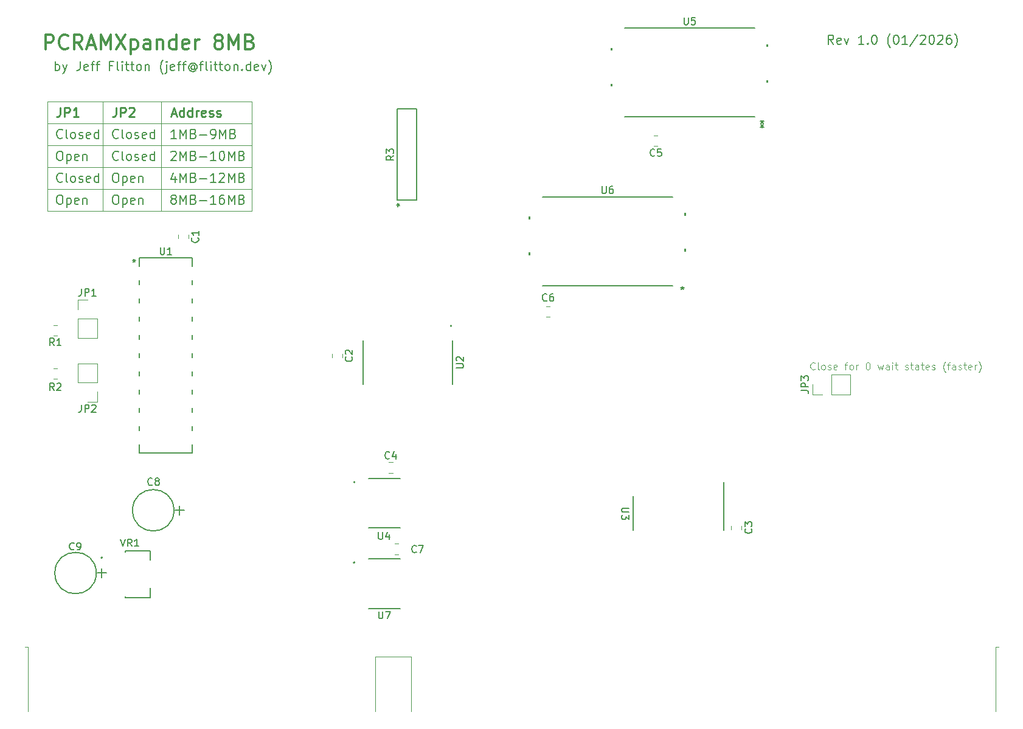
<source format=gbr>
%TF.GenerationSoftware,KiCad,Pcbnew,9.0.6*%
%TF.CreationDate,2026-01-11T15:54:29-07:00*%
%TF.ProjectId,PCRAMXpander,50435241-4d58-4706-916e-6465722e6b69,rev?*%
%TF.SameCoordinates,Original*%
%TF.FileFunction,Legend,Top*%
%TF.FilePolarity,Positive*%
%FSLAX46Y46*%
G04 Gerber Fmt 4.6, Leading zero omitted, Abs format (unit mm)*
G04 Created by KiCad (PCBNEW 9.0.6) date 2026-01-11 15:54:29*
%MOMM*%
%LPD*%
G01*
G04 APERTURE LIST*
%ADD10C,0.300000*%
%ADD11C,0.100000*%
%ADD12C,0.158750*%
%ADD13C,0.254000*%
%ADD14C,0.150000*%
%ADD15C,0.127000*%
%ADD16C,0.200000*%
%ADD17C,0.120000*%
%ADD18C,0.152400*%
%ADD19C,0.000000*%
G04 APERTURE END LIST*
D10*
X65900758Y-60242438D02*
X65900758Y-58242438D01*
X65900758Y-58242438D02*
X66662663Y-58242438D01*
X66662663Y-58242438D02*
X66853139Y-58337676D01*
X66853139Y-58337676D02*
X66948377Y-58432914D01*
X66948377Y-58432914D02*
X67043615Y-58623390D01*
X67043615Y-58623390D02*
X67043615Y-58909104D01*
X67043615Y-58909104D02*
X66948377Y-59099580D01*
X66948377Y-59099580D02*
X66853139Y-59194819D01*
X66853139Y-59194819D02*
X66662663Y-59290057D01*
X66662663Y-59290057D02*
X65900758Y-59290057D01*
X69043615Y-60051961D02*
X68948377Y-60147200D01*
X68948377Y-60147200D02*
X68662663Y-60242438D01*
X68662663Y-60242438D02*
X68472187Y-60242438D01*
X68472187Y-60242438D02*
X68186472Y-60147200D01*
X68186472Y-60147200D02*
X67995996Y-59956723D01*
X67995996Y-59956723D02*
X67900758Y-59766247D01*
X67900758Y-59766247D02*
X67805520Y-59385295D01*
X67805520Y-59385295D02*
X67805520Y-59099580D01*
X67805520Y-59099580D02*
X67900758Y-58718628D01*
X67900758Y-58718628D02*
X67995996Y-58528152D01*
X67995996Y-58528152D02*
X68186472Y-58337676D01*
X68186472Y-58337676D02*
X68472187Y-58242438D01*
X68472187Y-58242438D02*
X68662663Y-58242438D01*
X68662663Y-58242438D02*
X68948377Y-58337676D01*
X68948377Y-58337676D02*
X69043615Y-58432914D01*
X71043615Y-60242438D02*
X70376948Y-59290057D01*
X69900758Y-60242438D02*
X69900758Y-58242438D01*
X69900758Y-58242438D02*
X70662663Y-58242438D01*
X70662663Y-58242438D02*
X70853139Y-58337676D01*
X70853139Y-58337676D02*
X70948377Y-58432914D01*
X70948377Y-58432914D02*
X71043615Y-58623390D01*
X71043615Y-58623390D02*
X71043615Y-58909104D01*
X71043615Y-58909104D02*
X70948377Y-59099580D01*
X70948377Y-59099580D02*
X70853139Y-59194819D01*
X70853139Y-59194819D02*
X70662663Y-59290057D01*
X70662663Y-59290057D02*
X69900758Y-59290057D01*
X71805520Y-59671009D02*
X72757901Y-59671009D01*
X71615044Y-60242438D02*
X72281710Y-58242438D01*
X72281710Y-58242438D02*
X72948377Y-60242438D01*
X73615044Y-60242438D02*
X73615044Y-58242438D01*
X73615044Y-58242438D02*
X74281711Y-59671009D01*
X74281711Y-59671009D02*
X74948377Y-58242438D01*
X74948377Y-58242438D02*
X74948377Y-60242438D01*
X75710282Y-58242438D02*
X77043615Y-60242438D01*
X77043615Y-58242438D02*
X75710282Y-60242438D01*
X77805520Y-58909104D02*
X77805520Y-60909104D01*
X77805520Y-59004342D02*
X77995996Y-58909104D01*
X77995996Y-58909104D02*
X78376949Y-58909104D01*
X78376949Y-58909104D02*
X78567425Y-59004342D01*
X78567425Y-59004342D02*
X78662663Y-59099580D01*
X78662663Y-59099580D02*
X78757901Y-59290057D01*
X78757901Y-59290057D02*
X78757901Y-59861485D01*
X78757901Y-59861485D02*
X78662663Y-60051961D01*
X78662663Y-60051961D02*
X78567425Y-60147200D01*
X78567425Y-60147200D02*
X78376949Y-60242438D01*
X78376949Y-60242438D02*
X77995996Y-60242438D01*
X77995996Y-60242438D02*
X77805520Y-60147200D01*
X80472187Y-60242438D02*
X80472187Y-59194819D01*
X80472187Y-59194819D02*
X80376949Y-59004342D01*
X80376949Y-59004342D02*
X80186473Y-58909104D01*
X80186473Y-58909104D02*
X79805520Y-58909104D01*
X79805520Y-58909104D02*
X79615044Y-59004342D01*
X80472187Y-60147200D02*
X80281711Y-60242438D01*
X80281711Y-60242438D02*
X79805520Y-60242438D01*
X79805520Y-60242438D02*
X79615044Y-60147200D01*
X79615044Y-60147200D02*
X79519806Y-59956723D01*
X79519806Y-59956723D02*
X79519806Y-59766247D01*
X79519806Y-59766247D02*
X79615044Y-59575771D01*
X79615044Y-59575771D02*
X79805520Y-59480533D01*
X79805520Y-59480533D02*
X80281711Y-59480533D01*
X80281711Y-59480533D02*
X80472187Y-59385295D01*
X81424568Y-58909104D02*
X81424568Y-60242438D01*
X81424568Y-59099580D02*
X81519806Y-59004342D01*
X81519806Y-59004342D02*
X81710282Y-58909104D01*
X81710282Y-58909104D02*
X81995997Y-58909104D01*
X81995997Y-58909104D02*
X82186473Y-59004342D01*
X82186473Y-59004342D02*
X82281711Y-59194819D01*
X82281711Y-59194819D02*
X82281711Y-60242438D01*
X84091235Y-60242438D02*
X84091235Y-58242438D01*
X84091235Y-60147200D02*
X83900759Y-60242438D01*
X83900759Y-60242438D02*
X83519806Y-60242438D01*
X83519806Y-60242438D02*
X83329330Y-60147200D01*
X83329330Y-60147200D02*
X83234092Y-60051961D01*
X83234092Y-60051961D02*
X83138854Y-59861485D01*
X83138854Y-59861485D02*
X83138854Y-59290057D01*
X83138854Y-59290057D02*
X83234092Y-59099580D01*
X83234092Y-59099580D02*
X83329330Y-59004342D01*
X83329330Y-59004342D02*
X83519806Y-58909104D01*
X83519806Y-58909104D02*
X83900759Y-58909104D01*
X83900759Y-58909104D02*
X84091235Y-59004342D01*
X85805521Y-60147200D02*
X85615045Y-60242438D01*
X85615045Y-60242438D02*
X85234092Y-60242438D01*
X85234092Y-60242438D02*
X85043616Y-60147200D01*
X85043616Y-60147200D02*
X84948378Y-59956723D01*
X84948378Y-59956723D02*
X84948378Y-59194819D01*
X84948378Y-59194819D02*
X85043616Y-59004342D01*
X85043616Y-59004342D02*
X85234092Y-58909104D01*
X85234092Y-58909104D02*
X85615045Y-58909104D01*
X85615045Y-58909104D02*
X85805521Y-59004342D01*
X85805521Y-59004342D02*
X85900759Y-59194819D01*
X85900759Y-59194819D02*
X85900759Y-59385295D01*
X85900759Y-59385295D02*
X84948378Y-59575771D01*
X86757902Y-60242438D02*
X86757902Y-58909104D01*
X86757902Y-59290057D02*
X86853140Y-59099580D01*
X86853140Y-59099580D02*
X86948378Y-59004342D01*
X86948378Y-59004342D02*
X87138854Y-58909104D01*
X87138854Y-58909104D02*
X87329331Y-58909104D01*
X89805521Y-59099580D02*
X89615045Y-59004342D01*
X89615045Y-59004342D02*
X89519807Y-58909104D01*
X89519807Y-58909104D02*
X89424569Y-58718628D01*
X89424569Y-58718628D02*
X89424569Y-58623390D01*
X89424569Y-58623390D02*
X89519807Y-58432914D01*
X89519807Y-58432914D02*
X89615045Y-58337676D01*
X89615045Y-58337676D02*
X89805521Y-58242438D01*
X89805521Y-58242438D02*
X90186474Y-58242438D01*
X90186474Y-58242438D02*
X90376950Y-58337676D01*
X90376950Y-58337676D02*
X90472188Y-58432914D01*
X90472188Y-58432914D02*
X90567426Y-58623390D01*
X90567426Y-58623390D02*
X90567426Y-58718628D01*
X90567426Y-58718628D02*
X90472188Y-58909104D01*
X90472188Y-58909104D02*
X90376950Y-59004342D01*
X90376950Y-59004342D02*
X90186474Y-59099580D01*
X90186474Y-59099580D02*
X89805521Y-59099580D01*
X89805521Y-59099580D02*
X89615045Y-59194819D01*
X89615045Y-59194819D02*
X89519807Y-59290057D01*
X89519807Y-59290057D02*
X89424569Y-59480533D01*
X89424569Y-59480533D02*
X89424569Y-59861485D01*
X89424569Y-59861485D02*
X89519807Y-60051961D01*
X89519807Y-60051961D02*
X89615045Y-60147200D01*
X89615045Y-60147200D02*
X89805521Y-60242438D01*
X89805521Y-60242438D02*
X90186474Y-60242438D01*
X90186474Y-60242438D02*
X90376950Y-60147200D01*
X90376950Y-60147200D02*
X90472188Y-60051961D01*
X90472188Y-60051961D02*
X90567426Y-59861485D01*
X90567426Y-59861485D02*
X90567426Y-59480533D01*
X90567426Y-59480533D02*
X90472188Y-59290057D01*
X90472188Y-59290057D02*
X90376950Y-59194819D01*
X90376950Y-59194819D02*
X90186474Y-59099580D01*
X91424569Y-60242438D02*
X91424569Y-58242438D01*
X91424569Y-58242438D02*
X92091236Y-59671009D01*
X92091236Y-59671009D02*
X92757902Y-58242438D01*
X92757902Y-58242438D02*
X92757902Y-60242438D01*
X94376950Y-59194819D02*
X94662664Y-59290057D01*
X94662664Y-59290057D02*
X94757902Y-59385295D01*
X94757902Y-59385295D02*
X94853140Y-59575771D01*
X94853140Y-59575771D02*
X94853140Y-59861485D01*
X94853140Y-59861485D02*
X94757902Y-60051961D01*
X94757902Y-60051961D02*
X94662664Y-60147200D01*
X94662664Y-60147200D02*
X94472188Y-60242438D01*
X94472188Y-60242438D02*
X93710283Y-60242438D01*
X93710283Y-60242438D02*
X93710283Y-58242438D01*
X93710283Y-58242438D02*
X94376950Y-58242438D01*
X94376950Y-58242438D02*
X94567426Y-58337676D01*
X94567426Y-58337676D02*
X94662664Y-58432914D01*
X94662664Y-58432914D02*
X94757902Y-58623390D01*
X94757902Y-58623390D02*
X94757902Y-58813866D01*
X94757902Y-58813866D02*
X94662664Y-59004342D01*
X94662664Y-59004342D02*
X94567426Y-59099580D01*
X94567426Y-59099580D02*
X94376950Y-59194819D01*
X94376950Y-59194819D02*
X93710283Y-59194819D01*
D11*
X173011112Y-104780780D02*
X172963493Y-104828400D01*
X172963493Y-104828400D02*
X172820636Y-104876019D01*
X172820636Y-104876019D02*
X172725398Y-104876019D01*
X172725398Y-104876019D02*
X172582541Y-104828400D01*
X172582541Y-104828400D02*
X172487303Y-104733161D01*
X172487303Y-104733161D02*
X172439684Y-104637923D01*
X172439684Y-104637923D02*
X172392065Y-104447447D01*
X172392065Y-104447447D02*
X172392065Y-104304590D01*
X172392065Y-104304590D02*
X172439684Y-104114114D01*
X172439684Y-104114114D02*
X172487303Y-104018876D01*
X172487303Y-104018876D02*
X172582541Y-103923638D01*
X172582541Y-103923638D02*
X172725398Y-103876019D01*
X172725398Y-103876019D02*
X172820636Y-103876019D01*
X172820636Y-103876019D02*
X172963493Y-103923638D01*
X172963493Y-103923638D02*
X173011112Y-103971257D01*
X173582541Y-104876019D02*
X173487303Y-104828400D01*
X173487303Y-104828400D02*
X173439684Y-104733161D01*
X173439684Y-104733161D02*
X173439684Y-103876019D01*
X174106351Y-104876019D02*
X174011113Y-104828400D01*
X174011113Y-104828400D02*
X173963494Y-104780780D01*
X173963494Y-104780780D02*
X173915875Y-104685542D01*
X173915875Y-104685542D02*
X173915875Y-104399828D01*
X173915875Y-104399828D02*
X173963494Y-104304590D01*
X173963494Y-104304590D02*
X174011113Y-104256971D01*
X174011113Y-104256971D02*
X174106351Y-104209352D01*
X174106351Y-104209352D02*
X174249208Y-104209352D01*
X174249208Y-104209352D02*
X174344446Y-104256971D01*
X174344446Y-104256971D02*
X174392065Y-104304590D01*
X174392065Y-104304590D02*
X174439684Y-104399828D01*
X174439684Y-104399828D02*
X174439684Y-104685542D01*
X174439684Y-104685542D02*
X174392065Y-104780780D01*
X174392065Y-104780780D02*
X174344446Y-104828400D01*
X174344446Y-104828400D02*
X174249208Y-104876019D01*
X174249208Y-104876019D02*
X174106351Y-104876019D01*
X174820637Y-104828400D02*
X174915875Y-104876019D01*
X174915875Y-104876019D02*
X175106351Y-104876019D01*
X175106351Y-104876019D02*
X175201589Y-104828400D01*
X175201589Y-104828400D02*
X175249208Y-104733161D01*
X175249208Y-104733161D02*
X175249208Y-104685542D01*
X175249208Y-104685542D02*
X175201589Y-104590304D01*
X175201589Y-104590304D02*
X175106351Y-104542685D01*
X175106351Y-104542685D02*
X174963494Y-104542685D01*
X174963494Y-104542685D02*
X174868256Y-104495066D01*
X174868256Y-104495066D02*
X174820637Y-104399828D01*
X174820637Y-104399828D02*
X174820637Y-104352209D01*
X174820637Y-104352209D02*
X174868256Y-104256971D01*
X174868256Y-104256971D02*
X174963494Y-104209352D01*
X174963494Y-104209352D02*
X175106351Y-104209352D01*
X175106351Y-104209352D02*
X175201589Y-104256971D01*
X176058732Y-104828400D02*
X175963494Y-104876019D01*
X175963494Y-104876019D02*
X175773018Y-104876019D01*
X175773018Y-104876019D02*
X175677780Y-104828400D01*
X175677780Y-104828400D02*
X175630161Y-104733161D01*
X175630161Y-104733161D02*
X175630161Y-104352209D01*
X175630161Y-104352209D02*
X175677780Y-104256971D01*
X175677780Y-104256971D02*
X175773018Y-104209352D01*
X175773018Y-104209352D02*
X175963494Y-104209352D01*
X175963494Y-104209352D02*
X176058732Y-104256971D01*
X176058732Y-104256971D02*
X176106351Y-104352209D01*
X176106351Y-104352209D02*
X176106351Y-104447447D01*
X176106351Y-104447447D02*
X175630161Y-104542685D01*
X177153971Y-104209352D02*
X177534923Y-104209352D01*
X177296828Y-104876019D02*
X177296828Y-104018876D01*
X177296828Y-104018876D02*
X177344447Y-103923638D01*
X177344447Y-103923638D02*
X177439685Y-103876019D01*
X177439685Y-103876019D02*
X177534923Y-103876019D01*
X178011114Y-104876019D02*
X177915876Y-104828400D01*
X177915876Y-104828400D02*
X177868257Y-104780780D01*
X177868257Y-104780780D02*
X177820638Y-104685542D01*
X177820638Y-104685542D02*
X177820638Y-104399828D01*
X177820638Y-104399828D02*
X177868257Y-104304590D01*
X177868257Y-104304590D02*
X177915876Y-104256971D01*
X177915876Y-104256971D02*
X178011114Y-104209352D01*
X178011114Y-104209352D02*
X178153971Y-104209352D01*
X178153971Y-104209352D02*
X178249209Y-104256971D01*
X178249209Y-104256971D02*
X178296828Y-104304590D01*
X178296828Y-104304590D02*
X178344447Y-104399828D01*
X178344447Y-104399828D02*
X178344447Y-104685542D01*
X178344447Y-104685542D02*
X178296828Y-104780780D01*
X178296828Y-104780780D02*
X178249209Y-104828400D01*
X178249209Y-104828400D02*
X178153971Y-104876019D01*
X178153971Y-104876019D02*
X178011114Y-104876019D01*
X178773019Y-104876019D02*
X178773019Y-104209352D01*
X178773019Y-104399828D02*
X178820638Y-104304590D01*
X178820638Y-104304590D02*
X178868257Y-104256971D01*
X178868257Y-104256971D02*
X178963495Y-104209352D01*
X178963495Y-104209352D02*
X179058733Y-104209352D01*
X180344448Y-103876019D02*
X180439686Y-103876019D01*
X180439686Y-103876019D02*
X180534924Y-103923638D01*
X180534924Y-103923638D02*
X180582543Y-103971257D01*
X180582543Y-103971257D02*
X180630162Y-104066495D01*
X180630162Y-104066495D02*
X180677781Y-104256971D01*
X180677781Y-104256971D02*
X180677781Y-104495066D01*
X180677781Y-104495066D02*
X180630162Y-104685542D01*
X180630162Y-104685542D02*
X180582543Y-104780780D01*
X180582543Y-104780780D02*
X180534924Y-104828400D01*
X180534924Y-104828400D02*
X180439686Y-104876019D01*
X180439686Y-104876019D02*
X180344448Y-104876019D01*
X180344448Y-104876019D02*
X180249210Y-104828400D01*
X180249210Y-104828400D02*
X180201591Y-104780780D01*
X180201591Y-104780780D02*
X180153972Y-104685542D01*
X180153972Y-104685542D02*
X180106353Y-104495066D01*
X180106353Y-104495066D02*
X180106353Y-104256971D01*
X180106353Y-104256971D02*
X180153972Y-104066495D01*
X180153972Y-104066495D02*
X180201591Y-103971257D01*
X180201591Y-103971257D02*
X180249210Y-103923638D01*
X180249210Y-103923638D02*
X180344448Y-103876019D01*
X181773020Y-104209352D02*
X181963496Y-104876019D01*
X181963496Y-104876019D02*
X182153972Y-104399828D01*
X182153972Y-104399828D02*
X182344448Y-104876019D01*
X182344448Y-104876019D02*
X182534924Y-104209352D01*
X183344448Y-104876019D02*
X183344448Y-104352209D01*
X183344448Y-104352209D02*
X183296829Y-104256971D01*
X183296829Y-104256971D02*
X183201591Y-104209352D01*
X183201591Y-104209352D02*
X183011115Y-104209352D01*
X183011115Y-104209352D02*
X182915877Y-104256971D01*
X183344448Y-104828400D02*
X183249210Y-104876019D01*
X183249210Y-104876019D02*
X183011115Y-104876019D01*
X183011115Y-104876019D02*
X182915877Y-104828400D01*
X182915877Y-104828400D02*
X182868258Y-104733161D01*
X182868258Y-104733161D02*
X182868258Y-104637923D01*
X182868258Y-104637923D02*
X182915877Y-104542685D01*
X182915877Y-104542685D02*
X183011115Y-104495066D01*
X183011115Y-104495066D02*
X183249210Y-104495066D01*
X183249210Y-104495066D02*
X183344448Y-104447447D01*
X183820639Y-104876019D02*
X183820639Y-104209352D01*
X183820639Y-103876019D02*
X183773020Y-103923638D01*
X183773020Y-103923638D02*
X183820639Y-103971257D01*
X183820639Y-103971257D02*
X183868258Y-103923638D01*
X183868258Y-103923638D02*
X183820639Y-103876019D01*
X183820639Y-103876019D02*
X183820639Y-103971257D01*
X184153972Y-104209352D02*
X184534924Y-104209352D01*
X184296829Y-103876019D02*
X184296829Y-104733161D01*
X184296829Y-104733161D02*
X184344448Y-104828400D01*
X184344448Y-104828400D02*
X184439686Y-104876019D01*
X184439686Y-104876019D02*
X184534924Y-104876019D01*
X185582544Y-104828400D02*
X185677782Y-104876019D01*
X185677782Y-104876019D02*
X185868258Y-104876019D01*
X185868258Y-104876019D02*
X185963496Y-104828400D01*
X185963496Y-104828400D02*
X186011115Y-104733161D01*
X186011115Y-104733161D02*
X186011115Y-104685542D01*
X186011115Y-104685542D02*
X185963496Y-104590304D01*
X185963496Y-104590304D02*
X185868258Y-104542685D01*
X185868258Y-104542685D02*
X185725401Y-104542685D01*
X185725401Y-104542685D02*
X185630163Y-104495066D01*
X185630163Y-104495066D02*
X185582544Y-104399828D01*
X185582544Y-104399828D02*
X185582544Y-104352209D01*
X185582544Y-104352209D02*
X185630163Y-104256971D01*
X185630163Y-104256971D02*
X185725401Y-104209352D01*
X185725401Y-104209352D02*
X185868258Y-104209352D01*
X185868258Y-104209352D02*
X185963496Y-104256971D01*
X186296830Y-104209352D02*
X186677782Y-104209352D01*
X186439687Y-103876019D02*
X186439687Y-104733161D01*
X186439687Y-104733161D02*
X186487306Y-104828400D01*
X186487306Y-104828400D02*
X186582544Y-104876019D01*
X186582544Y-104876019D02*
X186677782Y-104876019D01*
X187439687Y-104876019D02*
X187439687Y-104352209D01*
X187439687Y-104352209D02*
X187392068Y-104256971D01*
X187392068Y-104256971D02*
X187296830Y-104209352D01*
X187296830Y-104209352D02*
X187106354Y-104209352D01*
X187106354Y-104209352D02*
X187011116Y-104256971D01*
X187439687Y-104828400D02*
X187344449Y-104876019D01*
X187344449Y-104876019D02*
X187106354Y-104876019D01*
X187106354Y-104876019D02*
X187011116Y-104828400D01*
X187011116Y-104828400D02*
X186963497Y-104733161D01*
X186963497Y-104733161D02*
X186963497Y-104637923D01*
X186963497Y-104637923D02*
X187011116Y-104542685D01*
X187011116Y-104542685D02*
X187106354Y-104495066D01*
X187106354Y-104495066D02*
X187344449Y-104495066D01*
X187344449Y-104495066D02*
X187439687Y-104447447D01*
X187773021Y-104209352D02*
X188153973Y-104209352D01*
X187915878Y-103876019D02*
X187915878Y-104733161D01*
X187915878Y-104733161D02*
X187963497Y-104828400D01*
X187963497Y-104828400D02*
X188058735Y-104876019D01*
X188058735Y-104876019D02*
X188153973Y-104876019D01*
X188868259Y-104828400D02*
X188773021Y-104876019D01*
X188773021Y-104876019D02*
X188582545Y-104876019D01*
X188582545Y-104876019D02*
X188487307Y-104828400D01*
X188487307Y-104828400D02*
X188439688Y-104733161D01*
X188439688Y-104733161D02*
X188439688Y-104352209D01*
X188439688Y-104352209D02*
X188487307Y-104256971D01*
X188487307Y-104256971D02*
X188582545Y-104209352D01*
X188582545Y-104209352D02*
X188773021Y-104209352D01*
X188773021Y-104209352D02*
X188868259Y-104256971D01*
X188868259Y-104256971D02*
X188915878Y-104352209D01*
X188915878Y-104352209D02*
X188915878Y-104447447D01*
X188915878Y-104447447D02*
X188439688Y-104542685D01*
X189296831Y-104828400D02*
X189392069Y-104876019D01*
X189392069Y-104876019D02*
X189582545Y-104876019D01*
X189582545Y-104876019D02*
X189677783Y-104828400D01*
X189677783Y-104828400D02*
X189725402Y-104733161D01*
X189725402Y-104733161D02*
X189725402Y-104685542D01*
X189725402Y-104685542D02*
X189677783Y-104590304D01*
X189677783Y-104590304D02*
X189582545Y-104542685D01*
X189582545Y-104542685D02*
X189439688Y-104542685D01*
X189439688Y-104542685D02*
X189344450Y-104495066D01*
X189344450Y-104495066D02*
X189296831Y-104399828D01*
X189296831Y-104399828D02*
X189296831Y-104352209D01*
X189296831Y-104352209D02*
X189344450Y-104256971D01*
X189344450Y-104256971D02*
X189439688Y-104209352D01*
X189439688Y-104209352D02*
X189582545Y-104209352D01*
X189582545Y-104209352D02*
X189677783Y-104256971D01*
X191201593Y-105256971D02*
X191153974Y-105209352D01*
X191153974Y-105209352D02*
X191058736Y-105066495D01*
X191058736Y-105066495D02*
X191011117Y-104971257D01*
X191011117Y-104971257D02*
X190963498Y-104828400D01*
X190963498Y-104828400D02*
X190915879Y-104590304D01*
X190915879Y-104590304D02*
X190915879Y-104399828D01*
X190915879Y-104399828D02*
X190963498Y-104161733D01*
X190963498Y-104161733D02*
X191011117Y-104018876D01*
X191011117Y-104018876D02*
X191058736Y-103923638D01*
X191058736Y-103923638D02*
X191153974Y-103780780D01*
X191153974Y-103780780D02*
X191201593Y-103733161D01*
X191439689Y-104209352D02*
X191820641Y-104209352D01*
X191582546Y-104876019D02*
X191582546Y-104018876D01*
X191582546Y-104018876D02*
X191630165Y-103923638D01*
X191630165Y-103923638D02*
X191725403Y-103876019D01*
X191725403Y-103876019D02*
X191820641Y-103876019D01*
X192582546Y-104876019D02*
X192582546Y-104352209D01*
X192582546Y-104352209D02*
X192534927Y-104256971D01*
X192534927Y-104256971D02*
X192439689Y-104209352D01*
X192439689Y-104209352D02*
X192249213Y-104209352D01*
X192249213Y-104209352D02*
X192153975Y-104256971D01*
X192582546Y-104828400D02*
X192487308Y-104876019D01*
X192487308Y-104876019D02*
X192249213Y-104876019D01*
X192249213Y-104876019D02*
X192153975Y-104828400D01*
X192153975Y-104828400D02*
X192106356Y-104733161D01*
X192106356Y-104733161D02*
X192106356Y-104637923D01*
X192106356Y-104637923D02*
X192153975Y-104542685D01*
X192153975Y-104542685D02*
X192249213Y-104495066D01*
X192249213Y-104495066D02*
X192487308Y-104495066D01*
X192487308Y-104495066D02*
X192582546Y-104447447D01*
X193011118Y-104828400D02*
X193106356Y-104876019D01*
X193106356Y-104876019D02*
X193296832Y-104876019D01*
X193296832Y-104876019D02*
X193392070Y-104828400D01*
X193392070Y-104828400D02*
X193439689Y-104733161D01*
X193439689Y-104733161D02*
X193439689Y-104685542D01*
X193439689Y-104685542D02*
X193392070Y-104590304D01*
X193392070Y-104590304D02*
X193296832Y-104542685D01*
X193296832Y-104542685D02*
X193153975Y-104542685D01*
X193153975Y-104542685D02*
X193058737Y-104495066D01*
X193058737Y-104495066D02*
X193011118Y-104399828D01*
X193011118Y-104399828D02*
X193011118Y-104352209D01*
X193011118Y-104352209D02*
X193058737Y-104256971D01*
X193058737Y-104256971D02*
X193153975Y-104209352D01*
X193153975Y-104209352D02*
X193296832Y-104209352D01*
X193296832Y-104209352D02*
X193392070Y-104256971D01*
X193725404Y-104209352D02*
X194106356Y-104209352D01*
X193868261Y-103876019D02*
X193868261Y-104733161D01*
X193868261Y-104733161D02*
X193915880Y-104828400D01*
X193915880Y-104828400D02*
X194011118Y-104876019D01*
X194011118Y-104876019D02*
X194106356Y-104876019D01*
X194820642Y-104828400D02*
X194725404Y-104876019D01*
X194725404Y-104876019D02*
X194534928Y-104876019D01*
X194534928Y-104876019D02*
X194439690Y-104828400D01*
X194439690Y-104828400D02*
X194392071Y-104733161D01*
X194392071Y-104733161D02*
X194392071Y-104352209D01*
X194392071Y-104352209D02*
X194439690Y-104256971D01*
X194439690Y-104256971D02*
X194534928Y-104209352D01*
X194534928Y-104209352D02*
X194725404Y-104209352D01*
X194725404Y-104209352D02*
X194820642Y-104256971D01*
X194820642Y-104256971D02*
X194868261Y-104352209D01*
X194868261Y-104352209D02*
X194868261Y-104447447D01*
X194868261Y-104447447D02*
X194392071Y-104542685D01*
X195296833Y-104876019D02*
X195296833Y-104209352D01*
X195296833Y-104399828D02*
X195344452Y-104304590D01*
X195344452Y-104304590D02*
X195392071Y-104256971D01*
X195392071Y-104256971D02*
X195487309Y-104209352D01*
X195487309Y-104209352D02*
X195582547Y-104209352D01*
X195820643Y-105256971D02*
X195868262Y-105209352D01*
X195868262Y-105209352D02*
X195963500Y-105066495D01*
X195963500Y-105066495D02*
X196011119Y-104971257D01*
X196011119Y-104971257D02*
X196058738Y-104828400D01*
X196058738Y-104828400D02*
X196106357Y-104590304D01*
X196106357Y-104590304D02*
X196106357Y-104399828D01*
X196106357Y-104399828D02*
X196058738Y-104161733D01*
X196058738Y-104161733D02*
X196011119Y-104018876D01*
X196011119Y-104018876D02*
X195963500Y-103923638D01*
X195963500Y-103923638D02*
X195868262Y-103780780D01*
X195868262Y-103780780D02*
X195820643Y-103733161D01*
D12*
X67285020Y-63209321D02*
X67285020Y-61939321D01*
X67285020Y-62423130D02*
X67405973Y-62362654D01*
X67405973Y-62362654D02*
X67647878Y-62362654D01*
X67647878Y-62362654D02*
X67768830Y-62423130D01*
X67768830Y-62423130D02*
X67829306Y-62483606D01*
X67829306Y-62483606D02*
X67889782Y-62604559D01*
X67889782Y-62604559D02*
X67889782Y-62967416D01*
X67889782Y-62967416D02*
X67829306Y-63088368D01*
X67829306Y-63088368D02*
X67768830Y-63148845D01*
X67768830Y-63148845D02*
X67647878Y-63209321D01*
X67647878Y-63209321D02*
X67405973Y-63209321D01*
X67405973Y-63209321D02*
X67285020Y-63148845D01*
X68313116Y-62362654D02*
X68615497Y-63209321D01*
X68917878Y-62362654D02*
X68615497Y-63209321D01*
X68615497Y-63209321D02*
X68494545Y-63511702D01*
X68494545Y-63511702D02*
X68434068Y-63572178D01*
X68434068Y-63572178D02*
X68313116Y-63632654D01*
X70732164Y-61939321D02*
X70732164Y-62846464D01*
X70732164Y-62846464D02*
X70671687Y-63027892D01*
X70671687Y-63027892D02*
X70550735Y-63148845D01*
X70550735Y-63148845D02*
X70369306Y-63209321D01*
X70369306Y-63209321D02*
X70248354Y-63209321D01*
X71820735Y-63148845D02*
X71699783Y-63209321D01*
X71699783Y-63209321D02*
X71457878Y-63209321D01*
X71457878Y-63209321D02*
X71336925Y-63148845D01*
X71336925Y-63148845D02*
X71276449Y-63027892D01*
X71276449Y-63027892D02*
X71276449Y-62544083D01*
X71276449Y-62544083D02*
X71336925Y-62423130D01*
X71336925Y-62423130D02*
X71457878Y-62362654D01*
X71457878Y-62362654D02*
X71699783Y-62362654D01*
X71699783Y-62362654D02*
X71820735Y-62423130D01*
X71820735Y-62423130D02*
X71881211Y-62544083D01*
X71881211Y-62544083D02*
X71881211Y-62665035D01*
X71881211Y-62665035D02*
X71276449Y-62785987D01*
X72244068Y-62362654D02*
X72727877Y-62362654D01*
X72425496Y-63209321D02*
X72425496Y-62120749D01*
X72425496Y-62120749D02*
X72485973Y-61999797D01*
X72485973Y-61999797D02*
X72606925Y-61939321D01*
X72606925Y-61939321D02*
X72727877Y-61939321D01*
X72969782Y-62362654D02*
X73453591Y-62362654D01*
X73151210Y-63209321D02*
X73151210Y-62120749D01*
X73151210Y-62120749D02*
X73211687Y-61999797D01*
X73211687Y-61999797D02*
X73332639Y-61939321D01*
X73332639Y-61939321D02*
X73453591Y-61939321D01*
X75267877Y-62544083D02*
X74844543Y-62544083D01*
X74844543Y-63209321D02*
X74844543Y-61939321D01*
X74844543Y-61939321D02*
X75449305Y-61939321D01*
X76114543Y-63209321D02*
X75993591Y-63148845D01*
X75993591Y-63148845D02*
X75933114Y-63027892D01*
X75933114Y-63027892D02*
X75933114Y-61939321D01*
X76598352Y-63209321D02*
X76598352Y-62362654D01*
X76598352Y-61939321D02*
X76537876Y-61999797D01*
X76537876Y-61999797D02*
X76598352Y-62060273D01*
X76598352Y-62060273D02*
X76658829Y-61999797D01*
X76658829Y-61999797D02*
X76598352Y-61939321D01*
X76598352Y-61939321D02*
X76598352Y-62060273D01*
X77021686Y-62362654D02*
X77505495Y-62362654D01*
X77203114Y-61939321D02*
X77203114Y-63027892D01*
X77203114Y-63027892D02*
X77263591Y-63148845D01*
X77263591Y-63148845D02*
X77384543Y-63209321D01*
X77384543Y-63209321D02*
X77505495Y-63209321D01*
X77747400Y-62362654D02*
X78231209Y-62362654D01*
X77928828Y-61939321D02*
X77928828Y-63027892D01*
X77928828Y-63027892D02*
X77989305Y-63148845D01*
X77989305Y-63148845D02*
X78110257Y-63209321D01*
X78110257Y-63209321D02*
X78231209Y-63209321D01*
X78835971Y-63209321D02*
X78715019Y-63148845D01*
X78715019Y-63148845D02*
X78654542Y-63088368D01*
X78654542Y-63088368D02*
X78594066Y-62967416D01*
X78594066Y-62967416D02*
X78594066Y-62604559D01*
X78594066Y-62604559D02*
X78654542Y-62483606D01*
X78654542Y-62483606D02*
X78715019Y-62423130D01*
X78715019Y-62423130D02*
X78835971Y-62362654D01*
X78835971Y-62362654D02*
X79017400Y-62362654D01*
X79017400Y-62362654D02*
X79138352Y-62423130D01*
X79138352Y-62423130D02*
X79198828Y-62483606D01*
X79198828Y-62483606D02*
X79259304Y-62604559D01*
X79259304Y-62604559D02*
X79259304Y-62967416D01*
X79259304Y-62967416D02*
X79198828Y-63088368D01*
X79198828Y-63088368D02*
X79138352Y-63148845D01*
X79138352Y-63148845D02*
X79017400Y-63209321D01*
X79017400Y-63209321D02*
X78835971Y-63209321D01*
X79803590Y-62362654D02*
X79803590Y-63209321D01*
X79803590Y-62483606D02*
X79864067Y-62423130D01*
X79864067Y-62423130D02*
X79985019Y-62362654D01*
X79985019Y-62362654D02*
X80166448Y-62362654D01*
X80166448Y-62362654D02*
X80287400Y-62423130D01*
X80287400Y-62423130D02*
X80347876Y-62544083D01*
X80347876Y-62544083D02*
X80347876Y-63209321D01*
X82283115Y-63693130D02*
X82222638Y-63632654D01*
X82222638Y-63632654D02*
X82101686Y-63451225D01*
X82101686Y-63451225D02*
X82041210Y-63330273D01*
X82041210Y-63330273D02*
X81980734Y-63148845D01*
X81980734Y-63148845D02*
X81920257Y-62846464D01*
X81920257Y-62846464D02*
X81920257Y-62604559D01*
X81920257Y-62604559D02*
X81980734Y-62302178D01*
X81980734Y-62302178D02*
X82041210Y-62120749D01*
X82041210Y-62120749D02*
X82101686Y-61999797D01*
X82101686Y-61999797D02*
X82222638Y-61818368D01*
X82222638Y-61818368D02*
X82283115Y-61757892D01*
X82766924Y-62362654D02*
X82766924Y-63451225D01*
X82766924Y-63451225D02*
X82706448Y-63572178D01*
X82706448Y-63572178D02*
X82585496Y-63632654D01*
X82585496Y-63632654D02*
X82525020Y-63632654D01*
X82766924Y-61939321D02*
X82706448Y-61999797D01*
X82706448Y-61999797D02*
X82766924Y-62060273D01*
X82766924Y-62060273D02*
X82827401Y-61999797D01*
X82827401Y-61999797D02*
X82766924Y-61939321D01*
X82766924Y-61939321D02*
X82766924Y-62060273D01*
X83855496Y-63148845D02*
X83734544Y-63209321D01*
X83734544Y-63209321D02*
X83492639Y-63209321D01*
X83492639Y-63209321D02*
X83371686Y-63148845D01*
X83371686Y-63148845D02*
X83311210Y-63027892D01*
X83311210Y-63027892D02*
X83311210Y-62544083D01*
X83311210Y-62544083D02*
X83371686Y-62423130D01*
X83371686Y-62423130D02*
X83492639Y-62362654D01*
X83492639Y-62362654D02*
X83734544Y-62362654D01*
X83734544Y-62362654D02*
X83855496Y-62423130D01*
X83855496Y-62423130D02*
X83915972Y-62544083D01*
X83915972Y-62544083D02*
X83915972Y-62665035D01*
X83915972Y-62665035D02*
X83311210Y-62785987D01*
X84278829Y-62362654D02*
X84762638Y-62362654D01*
X84460257Y-63209321D02*
X84460257Y-62120749D01*
X84460257Y-62120749D02*
X84520734Y-61999797D01*
X84520734Y-61999797D02*
X84641686Y-61939321D01*
X84641686Y-61939321D02*
X84762638Y-61939321D01*
X85004543Y-62362654D02*
X85488352Y-62362654D01*
X85185971Y-63209321D02*
X85185971Y-62120749D01*
X85185971Y-62120749D02*
X85246448Y-61999797D01*
X85246448Y-61999797D02*
X85367400Y-61939321D01*
X85367400Y-61939321D02*
X85488352Y-61939321D01*
X86697876Y-62604559D02*
X86637400Y-62544083D01*
X86637400Y-62544083D02*
X86516447Y-62483606D01*
X86516447Y-62483606D02*
X86395495Y-62483606D01*
X86395495Y-62483606D02*
X86274543Y-62544083D01*
X86274543Y-62544083D02*
X86214066Y-62604559D01*
X86214066Y-62604559D02*
X86153590Y-62725511D01*
X86153590Y-62725511D02*
X86153590Y-62846464D01*
X86153590Y-62846464D02*
X86214066Y-62967416D01*
X86214066Y-62967416D02*
X86274543Y-63027892D01*
X86274543Y-63027892D02*
X86395495Y-63088368D01*
X86395495Y-63088368D02*
X86516447Y-63088368D01*
X86516447Y-63088368D02*
X86637400Y-63027892D01*
X86637400Y-63027892D02*
X86697876Y-62967416D01*
X86697876Y-62483606D02*
X86697876Y-62967416D01*
X86697876Y-62967416D02*
X86758352Y-63027892D01*
X86758352Y-63027892D02*
X86818828Y-63027892D01*
X86818828Y-63027892D02*
X86939781Y-62967416D01*
X86939781Y-62967416D02*
X87000257Y-62846464D01*
X87000257Y-62846464D02*
X87000257Y-62544083D01*
X87000257Y-62544083D02*
X86879305Y-62362654D01*
X86879305Y-62362654D02*
X86697876Y-62241702D01*
X86697876Y-62241702D02*
X86455971Y-62181225D01*
X86455971Y-62181225D02*
X86214066Y-62241702D01*
X86214066Y-62241702D02*
X86032638Y-62362654D01*
X86032638Y-62362654D02*
X85911685Y-62544083D01*
X85911685Y-62544083D02*
X85851209Y-62785987D01*
X85851209Y-62785987D02*
X85911685Y-63027892D01*
X85911685Y-63027892D02*
X86032638Y-63209321D01*
X86032638Y-63209321D02*
X86214066Y-63330273D01*
X86214066Y-63330273D02*
X86455971Y-63390749D01*
X86455971Y-63390749D02*
X86697876Y-63330273D01*
X86697876Y-63330273D02*
X86879305Y-63209321D01*
X87363114Y-62362654D02*
X87846923Y-62362654D01*
X87544542Y-63209321D02*
X87544542Y-62120749D01*
X87544542Y-62120749D02*
X87605019Y-61999797D01*
X87605019Y-61999797D02*
X87725971Y-61939321D01*
X87725971Y-61939321D02*
X87846923Y-61939321D01*
X88451685Y-63209321D02*
X88330733Y-63148845D01*
X88330733Y-63148845D02*
X88270256Y-63027892D01*
X88270256Y-63027892D02*
X88270256Y-61939321D01*
X88935494Y-63209321D02*
X88935494Y-62362654D01*
X88935494Y-61939321D02*
X88875018Y-61999797D01*
X88875018Y-61999797D02*
X88935494Y-62060273D01*
X88935494Y-62060273D02*
X88995971Y-61999797D01*
X88995971Y-61999797D02*
X88935494Y-61939321D01*
X88935494Y-61939321D02*
X88935494Y-62060273D01*
X89358828Y-62362654D02*
X89842637Y-62362654D01*
X89540256Y-61939321D02*
X89540256Y-63027892D01*
X89540256Y-63027892D02*
X89600733Y-63148845D01*
X89600733Y-63148845D02*
X89721685Y-63209321D01*
X89721685Y-63209321D02*
X89842637Y-63209321D01*
X90084542Y-62362654D02*
X90568351Y-62362654D01*
X90265970Y-61939321D02*
X90265970Y-63027892D01*
X90265970Y-63027892D02*
X90326447Y-63148845D01*
X90326447Y-63148845D02*
X90447399Y-63209321D01*
X90447399Y-63209321D02*
X90568351Y-63209321D01*
X91173113Y-63209321D02*
X91052161Y-63148845D01*
X91052161Y-63148845D02*
X90991684Y-63088368D01*
X90991684Y-63088368D02*
X90931208Y-62967416D01*
X90931208Y-62967416D02*
X90931208Y-62604559D01*
X90931208Y-62604559D02*
X90991684Y-62483606D01*
X90991684Y-62483606D02*
X91052161Y-62423130D01*
X91052161Y-62423130D02*
X91173113Y-62362654D01*
X91173113Y-62362654D02*
X91354542Y-62362654D01*
X91354542Y-62362654D02*
X91475494Y-62423130D01*
X91475494Y-62423130D02*
X91535970Y-62483606D01*
X91535970Y-62483606D02*
X91596446Y-62604559D01*
X91596446Y-62604559D02*
X91596446Y-62967416D01*
X91596446Y-62967416D02*
X91535970Y-63088368D01*
X91535970Y-63088368D02*
X91475494Y-63148845D01*
X91475494Y-63148845D02*
X91354542Y-63209321D01*
X91354542Y-63209321D02*
X91173113Y-63209321D01*
X92140732Y-62362654D02*
X92140732Y-63209321D01*
X92140732Y-62483606D02*
X92201209Y-62423130D01*
X92201209Y-62423130D02*
X92322161Y-62362654D01*
X92322161Y-62362654D02*
X92503590Y-62362654D01*
X92503590Y-62362654D02*
X92624542Y-62423130D01*
X92624542Y-62423130D02*
X92685018Y-62544083D01*
X92685018Y-62544083D02*
X92685018Y-63209321D01*
X93289780Y-63088368D02*
X93350257Y-63148845D01*
X93350257Y-63148845D02*
X93289780Y-63209321D01*
X93289780Y-63209321D02*
X93229304Y-63148845D01*
X93229304Y-63148845D02*
X93289780Y-63088368D01*
X93289780Y-63088368D02*
X93289780Y-63209321D01*
X94438828Y-63209321D02*
X94438828Y-61939321D01*
X94438828Y-63148845D02*
X94317876Y-63209321D01*
X94317876Y-63209321D02*
X94075971Y-63209321D01*
X94075971Y-63209321D02*
X93955019Y-63148845D01*
X93955019Y-63148845D02*
X93894542Y-63088368D01*
X93894542Y-63088368D02*
X93834066Y-62967416D01*
X93834066Y-62967416D02*
X93834066Y-62604559D01*
X93834066Y-62604559D02*
X93894542Y-62483606D01*
X93894542Y-62483606D02*
X93955019Y-62423130D01*
X93955019Y-62423130D02*
X94075971Y-62362654D01*
X94075971Y-62362654D02*
X94317876Y-62362654D01*
X94317876Y-62362654D02*
X94438828Y-62423130D01*
X95527400Y-63148845D02*
X95406448Y-63209321D01*
X95406448Y-63209321D02*
X95164543Y-63209321D01*
X95164543Y-63209321D02*
X95043590Y-63148845D01*
X95043590Y-63148845D02*
X94983114Y-63027892D01*
X94983114Y-63027892D02*
X94983114Y-62544083D01*
X94983114Y-62544083D02*
X95043590Y-62423130D01*
X95043590Y-62423130D02*
X95164543Y-62362654D01*
X95164543Y-62362654D02*
X95406448Y-62362654D01*
X95406448Y-62362654D02*
X95527400Y-62423130D01*
X95527400Y-62423130D02*
X95587876Y-62544083D01*
X95587876Y-62544083D02*
X95587876Y-62665035D01*
X95587876Y-62665035D02*
X94983114Y-62785987D01*
X96011209Y-62362654D02*
X96313590Y-63209321D01*
X96313590Y-63209321D02*
X96615971Y-62362654D01*
X96978828Y-63693130D02*
X97039304Y-63632654D01*
X97039304Y-63632654D02*
X97160257Y-63451225D01*
X97160257Y-63451225D02*
X97220733Y-63330273D01*
X97220733Y-63330273D02*
X97281209Y-63148845D01*
X97281209Y-63148845D02*
X97341685Y-62846464D01*
X97341685Y-62846464D02*
X97341685Y-62604559D01*
X97341685Y-62604559D02*
X97281209Y-62302178D01*
X97281209Y-62302178D02*
X97220733Y-62120749D01*
X97220733Y-62120749D02*
X97160257Y-61999797D01*
X97160257Y-61999797D02*
X97039304Y-61818368D01*
X97039304Y-61818368D02*
X96978828Y-61757892D01*
X175605135Y-59551721D02*
X175181801Y-58946959D01*
X174879420Y-59551721D02*
X174879420Y-58281721D01*
X174879420Y-58281721D02*
X175363230Y-58281721D01*
X175363230Y-58281721D02*
X175484182Y-58342197D01*
X175484182Y-58342197D02*
X175544659Y-58402673D01*
X175544659Y-58402673D02*
X175605135Y-58523625D01*
X175605135Y-58523625D02*
X175605135Y-58705054D01*
X175605135Y-58705054D02*
X175544659Y-58826006D01*
X175544659Y-58826006D02*
X175484182Y-58886483D01*
X175484182Y-58886483D02*
X175363230Y-58946959D01*
X175363230Y-58946959D02*
X174879420Y-58946959D01*
X176633230Y-59491245D02*
X176512278Y-59551721D01*
X176512278Y-59551721D02*
X176270373Y-59551721D01*
X176270373Y-59551721D02*
X176149420Y-59491245D01*
X176149420Y-59491245D02*
X176088944Y-59370292D01*
X176088944Y-59370292D02*
X176088944Y-58886483D01*
X176088944Y-58886483D02*
X176149420Y-58765530D01*
X176149420Y-58765530D02*
X176270373Y-58705054D01*
X176270373Y-58705054D02*
X176512278Y-58705054D01*
X176512278Y-58705054D02*
X176633230Y-58765530D01*
X176633230Y-58765530D02*
X176693706Y-58886483D01*
X176693706Y-58886483D02*
X176693706Y-59007435D01*
X176693706Y-59007435D02*
X176088944Y-59128387D01*
X177117039Y-58705054D02*
X177419420Y-59551721D01*
X177419420Y-59551721D02*
X177721801Y-58705054D01*
X179838468Y-59551721D02*
X179112753Y-59551721D01*
X179475610Y-59551721D02*
X179475610Y-58281721D01*
X179475610Y-58281721D02*
X179354658Y-58463149D01*
X179354658Y-58463149D02*
X179233706Y-58584102D01*
X179233706Y-58584102D02*
X179112753Y-58644578D01*
X180382753Y-59430768D02*
X180443230Y-59491245D01*
X180443230Y-59491245D02*
X180382753Y-59551721D01*
X180382753Y-59551721D02*
X180322277Y-59491245D01*
X180322277Y-59491245D02*
X180382753Y-59430768D01*
X180382753Y-59430768D02*
X180382753Y-59551721D01*
X181229420Y-58281721D02*
X181350373Y-58281721D01*
X181350373Y-58281721D02*
X181471325Y-58342197D01*
X181471325Y-58342197D02*
X181531801Y-58402673D01*
X181531801Y-58402673D02*
X181592277Y-58523625D01*
X181592277Y-58523625D02*
X181652754Y-58765530D01*
X181652754Y-58765530D02*
X181652754Y-59067911D01*
X181652754Y-59067911D02*
X181592277Y-59309816D01*
X181592277Y-59309816D02*
X181531801Y-59430768D01*
X181531801Y-59430768D02*
X181471325Y-59491245D01*
X181471325Y-59491245D02*
X181350373Y-59551721D01*
X181350373Y-59551721D02*
X181229420Y-59551721D01*
X181229420Y-59551721D02*
X181108468Y-59491245D01*
X181108468Y-59491245D02*
X181047992Y-59430768D01*
X181047992Y-59430768D02*
X180987515Y-59309816D01*
X180987515Y-59309816D02*
X180927039Y-59067911D01*
X180927039Y-59067911D02*
X180927039Y-58765530D01*
X180927039Y-58765530D02*
X180987515Y-58523625D01*
X180987515Y-58523625D02*
X181047992Y-58402673D01*
X181047992Y-58402673D02*
X181108468Y-58342197D01*
X181108468Y-58342197D02*
X181229420Y-58281721D01*
X183527516Y-60035530D02*
X183467039Y-59975054D01*
X183467039Y-59975054D02*
X183346087Y-59793625D01*
X183346087Y-59793625D02*
X183285611Y-59672673D01*
X183285611Y-59672673D02*
X183225135Y-59491245D01*
X183225135Y-59491245D02*
X183164658Y-59188864D01*
X183164658Y-59188864D02*
X183164658Y-58946959D01*
X183164658Y-58946959D02*
X183225135Y-58644578D01*
X183225135Y-58644578D02*
X183285611Y-58463149D01*
X183285611Y-58463149D02*
X183346087Y-58342197D01*
X183346087Y-58342197D02*
X183467039Y-58160768D01*
X183467039Y-58160768D02*
X183527516Y-58100292D01*
X184253230Y-58281721D02*
X184374183Y-58281721D01*
X184374183Y-58281721D02*
X184495135Y-58342197D01*
X184495135Y-58342197D02*
X184555611Y-58402673D01*
X184555611Y-58402673D02*
X184616087Y-58523625D01*
X184616087Y-58523625D02*
X184676564Y-58765530D01*
X184676564Y-58765530D02*
X184676564Y-59067911D01*
X184676564Y-59067911D02*
X184616087Y-59309816D01*
X184616087Y-59309816D02*
X184555611Y-59430768D01*
X184555611Y-59430768D02*
X184495135Y-59491245D01*
X184495135Y-59491245D02*
X184374183Y-59551721D01*
X184374183Y-59551721D02*
X184253230Y-59551721D01*
X184253230Y-59551721D02*
X184132278Y-59491245D01*
X184132278Y-59491245D02*
X184071802Y-59430768D01*
X184071802Y-59430768D02*
X184011325Y-59309816D01*
X184011325Y-59309816D02*
X183950849Y-59067911D01*
X183950849Y-59067911D02*
X183950849Y-58765530D01*
X183950849Y-58765530D02*
X184011325Y-58523625D01*
X184011325Y-58523625D02*
X184071802Y-58402673D01*
X184071802Y-58402673D02*
X184132278Y-58342197D01*
X184132278Y-58342197D02*
X184253230Y-58281721D01*
X185886088Y-59551721D02*
X185160373Y-59551721D01*
X185523230Y-59551721D02*
X185523230Y-58281721D01*
X185523230Y-58281721D02*
X185402278Y-58463149D01*
X185402278Y-58463149D02*
X185281326Y-58584102D01*
X185281326Y-58584102D02*
X185160373Y-58644578D01*
X187337516Y-58221245D02*
X186248945Y-59854102D01*
X187700373Y-58402673D02*
X187760849Y-58342197D01*
X187760849Y-58342197D02*
X187881802Y-58281721D01*
X187881802Y-58281721D02*
X188184183Y-58281721D01*
X188184183Y-58281721D02*
X188305135Y-58342197D01*
X188305135Y-58342197D02*
X188365611Y-58402673D01*
X188365611Y-58402673D02*
X188426088Y-58523625D01*
X188426088Y-58523625D02*
X188426088Y-58644578D01*
X188426088Y-58644578D02*
X188365611Y-58826006D01*
X188365611Y-58826006D02*
X187639897Y-59551721D01*
X187639897Y-59551721D02*
X188426088Y-59551721D01*
X189212278Y-58281721D02*
X189333231Y-58281721D01*
X189333231Y-58281721D02*
X189454183Y-58342197D01*
X189454183Y-58342197D02*
X189514659Y-58402673D01*
X189514659Y-58402673D02*
X189575135Y-58523625D01*
X189575135Y-58523625D02*
X189635612Y-58765530D01*
X189635612Y-58765530D02*
X189635612Y-59067911D01*
X189635612Y-59067911D02*
X189575135Y-59309816D01*
X189575135Y-59309816D02*
X189514659Y-59430768D01*
X189514659Y-59430768D02*
X189454183Y-59491245D01*
X189454183Y-59491245D02*
X189333231Y-59551721D01*
X189333231Y-59551721D02*
X189212278Y-59551721D01*
X189212278Y-59551721D02*
X189091326Y-59491245D01*
X189091326Y-59491245D02*
X189030850Y-59430768D01*
X189030850Y-59430768D02*
X188970373Y-59309816D01*
X188970373Y-59309816D02*
X188909897Y-59067911D01*
X188909897Y-59067911D02*
X188909897Y-58765530D01*
X188909897Y-58765530D02*
X188970373Y-58523625D01*
X188970373Y-58523625D02*
X189030850Y-58402673D01*
X189030850Y-58402673D02*
X189091326Y-58342197D01*
X189091326Y-58342197D02*
X189212278Y-58281721D01*
X190119421Y-58402673D02*
X190179897Y-58342197D01*
X190179897Y-58342197D02*
X190300850Y-58281721D01*
X190300850Y-58281721D02*
X190603231Y-58281721D01*
X190603231Y-58281721D02*
X190724183Y-58342197D01*
X190724183Y-58342197D02*
X190784659Y-58402673D01*
X190784659Y-58402673D02*
X190845136Y-58523625D01*
X190845136Y-58523625D02*
X190845136Y-58644578D01*
X190845136Y-58644578D02*
X190784659Y-58826006D01*
X190784659Y-58826006D02*
X190058945Y-59551721D01*
X190058945Y-59551721D02*
X190845136Y-59551721D01*
X191933707Y-58281721D02*
X191691802Y-58281721D01*
X191691802Y-58281721D02*
X191570850Y-58342197D01*
X191570850Y-58342197D02*
X191510374Y-58402673D01*
X191510374Y-58402673D02*
X191389421Y-58584102D01*
X191389421Y-58584102D02*
X191328945Y-58826006D01*
X191328945Y-58826006D02*
X191328945Y-59309816D01*
X191328945Y-59309816D02*
X191389421Y-59430768D01*
X191389421Y-59430768D02*
X191449898Y-59491245D01*
X191449898Y-59491245D02*
X191570850Y-59551721D01*
X191570850Y-59551721D02*
X191812755Y-59551721D01*
X191812755Y-59551721D02*
X191933707Y-59491245D01*
X191933707Y-59491245D02*
X191994183Y-59430768D01*
X191994183Y-59430768D02*
X192054660Y-59309816D01*
X192054660Y-59309816D02*
X192054660Y-59007435D01*
X192054660Y-59007435D02*
X191994183Y-58886483D01*
X191994183Y-58886483D02*
X191933707Y-58826006D01*
X191933707Y-58826006D02*
X191812755Y-58765530D01*
X191812755Y-58765530D02*
X191570850Y-58765530D01*
X191570850Y-58765530D02*
X191449898Y-58826006D01*
X191449898Y-58826006D02*
X191389421Y-58886483D01*
X191389421Y-58886483D02*
X191328945Y-59007435D01*
X192477993Y-60035530D02*
X192538469Y-59975054D01*
X192538469Y-59975054D02*
X192659422Y-59793625D01*
X192659422Y-59793625D02*
X192719898Y-59672673D01*
X192719898Y-59672673D02*
X192780374Y-59491245D01*
X192780374Y-59491245D02*
X192840850Y-59188864D01*
X192840850Y-59188864D02*
X192840850Y-58946959D01*
X192840850Y-58946959D02*
X192780374Y-58644578D01*
X192780374Y-58644578D02*
X192719898Y-58463149D01*
X192719898Y-58463149D02*
X192659422Y-58342197D01*
X192659422Y-58342197D02*
X192538469Y-58160768D01*
X192538469Y-58160768D02*
X192477993Y-58100292D01*
D13*
X67975643Y-68366118D02*
X67975643Y-69273261D01*
X67975643Y-69273261D02*
X67915166Y-69454689D01*
X67915166Y-69454689D02*
X67794214Y-69575642D01*
X67794214Y-69575642D02*
X67612785Y-69636118D01*
X67612785Y-69636118D02*
X67491833Y-69636118D01*
X68580404Y-69636118D02*
X68580404Y-68366118D01*
X68580404Y-68366118D02*
X69064214Y-68366118D01*
X69064214Y-68366118D02*
X69185166Y-68426594D01*
X69185166Y-68426594D02*
X69245643Y-68487070D01*
X69245643Y-68487070D02*
X69306119Y-68608022D01*
X69306119Y-68608022D02*
X69306119Y-68789451D01*
X69306119Y-68789451D02*
X69245643Y-68910403D01*
X69245643Y-68910403D02*
X69185166Y-68970880D01*
X69185166Y-68970880D02*
X69064214Y-69031356D01*
X69064214Y-69031356D02*
X68580404Y-69031356D01*
X70515643Y-69636118D02*
X69789928Y-69636118D01*
X70152785Y-69636118D02*
X70152785Y-68366118D01*
X70152785Y-68366118D02*
X70031833Y-68547546D01*
X70031833Y-68547546D02*
X69910881Y-68668499D01*
X69910881Y-68668499D02*
X69789928Y-68728975D01*
X75748043Y-68366118D02*
X75748043Y-69273261D01*
X75748043Y-69273261D02*
X75687566Y-69454689D01*
X75687566Y-69454689D02*
X75566614Y-69575642D01*
X75566614Y-69575642D02*
X75385185Y-69636118D01*
X75385185Y-69636118D02*
X75264233Y-69636118D01*
X76352804Y-69636118D02*
X76352804Y-68366118D01*
X76352804Y-68366118D02*
X76836614Y-68366118D01*
X76836614Y-68366118D02*
X76957566Y-68426594D01*
X76957566Y-68426594D02*
X77018043Y-68487070D01*
X77018043Y-68487070D02*
X77078519Y-68608022D01*
X77078519Y-68608022D02*
X77078519Y-68789451D01*
X77078519Y-68789451D02*
X77018043Y-68910403D01*
X77018043Y-68910403D02*
X76957566Y-68970880D01*
X76957566Y-68970880D02*
X76836614Y-69031356D01*
X76836614Y-69031356D02*
X76352804Y-69031356D01*
X77562328Y-68487070D02*
X77622804Y-68426594D01*
X77622804Y-68426594D02*
X77743757Y-68366118D01*
X77743757Y-68366118D02*
X78046138Y-68366118D01*
X78046138Y-68366118D02*
X78167090Y-68426594D01*
X78167090Y-68426594D02*
X78227566Y-68487070D01*
X78227566Y-68487070D02*
X78288043Y-68608022D01*
X78288043Y-68608022D02*
X78288043Y-68728975D01*
X78288043Y-68728975D02*
X78227566Y-68910403D01*
X78227566Y-68910403D02*
X77501852Y-69636118D01*
X77501852Y-69636118D02*
X78288043Y-69636118D01*
X83452709Y-69273261D02*
X84057471Y-69273261D01*
X83331757Y-69636118D02*
X83755090Y-68366118D01*
X83755090Y-68366118D02*
X84178424Y-69636118D01*
X85146042Y-69636118D02*
X85146042Y-68366118D01*
X85146042Y-69575642D02*
X85025090Y-69636118D01*
X85025090Y-69636118D02*
X84783185Y-69636118D01*
X84783185Y-69636118D02*
X84662233Y-69575642D01*
X84662233Y-69575642D02*
X84601756Y-69515165D01*
X84601756Y-69515165D02*
X84541280Y-69394213D01*
X84541280Y-69394213D02*
X84541280Y-69031356D01*
X84541280Y-69031356D02*
X84601756Y-68910403D01*
X84601756Y-68910403D02*
X84662233Y-68849927D01*
X84662233Y-68849927D02*
X84783185Y-68789451D01*
X84783185Y-68789451D02*
X85025090Y-68789451D01*
X85025090Y-68789451D02*
X85146042Y-68849927D01*
X86295090Y-69636118D02*
X86295090Y-68366118D01*
X86295090Y-69575642D02*
X86174138Y-69636118D01*
X86174138Y-69636118D02*
X85932233Y-69636118D01*
X85932233Y-69636118D02*
X85811281Y-69575642D01*
X85811281Y-69575642D02*
X85750804Y-69515165D01*
X85750804Y-69515165D02*
X85690328Y-69394213D01*
X85690328Y-69394213D02*
X85690328Y-69031356D01*
X85690328Y-69031356D02*
X85750804Y-68910403D01*
X85750804Y-68910403D02*
X85811281Y-68849927D01*
X85811281Y-68849927D02*
X85932233Y-68789451D01*
X85932233Y-68789451D02*
X86174138Y-68789451D01*
X86174138Y-68789451D02*
X86295090Y-68849927D01*
X86899852Y-69636118D02*
X86899852Y-68789451D01*
X86899852Y-69031356D02*
X86960329Y-68910403D01*
X86960329Y-68910403D02*
X87020805Y-68849927D01*
X87020805Y-68849927D02*
X87141757Y-68789451D01*
X87141757Y-68789451D02*
X87262710Y-68789451D01*
X88169852Y-69575642D02*
X88048900Y-69636118D01*
X88048900Y-69636118D02*
X87806995Y-69636118D01*
X87806995Y-69636118D02*
X87686042Y-69575642D01*
X87686042Y-69575642D02*
X87625566Y-69454689D01*
X87625566Y-69454689D02*
X87625566Y-68970880D01*
X87625566Y-68970880D02*
X87686042Y-68849927D01*
X87686042Y-68849927D02*
X87806995Y-68789451D01*
X87806995Y-68789451D02*
X88048900Y-68789451D01*
X88048900Y-68789451D02*
X88169852Y-68849927D01*
X88169852Y-68849927D02*
X88230328Y-68970880D01*
X88230328Y-68970880D02*
X88230328Y-69091832D01*
X88230328Y-69091832D02*
X87625566Y-69212784D01*
X88714137Y-69575642D02*
X88835090Y-69636118D01*
X88835090Y-69636118D02*
X89076994Y-69636118D01*
X89076994Y-69636118D02*
X89197947Y-69575642D01*
X89197947Y-69575642D02*
X89258423Y-69454689D01*
X89258423Y-69454689D02*
X89258423Y-69394213D01*
X89258423Y-69394213D02*
X89197947Y-69273261D01*
X89197947Y-69273261D02*
X89076994Y-69212784D01*
X89076994Y-69212784D02*
X88895566Y-69212784D01*
X88895566Y-69212784D02*
X88774613Y-69152308D01*
X88774613Y-69152308D02*
X88714137Y-69031356D01*
X88714137Y-69031356D02*
X88714137Y-68970880D01*
X88714137Y-68970880D02*
X88774613Y-68849927D01*
X88774613Y-68849927D02*
X88895566Y-68789451D01*
X88895566Y-68789451D02*
X89076994Y-68789451D01*
X89076994Y-68789451D02*
X89197947Y-68849927D01*
X89742232Y-69575642D02*
X89863185Y-69636118D01*
X89863185Y-69636118D02*
X90105089Y-69636118D01*
X90105089Y-69636118D02*
X90226042Y-69575642D01*
X90226042Y-69575642D02*
X90286518Y-69454689D01*
X90286518Y-69454689D02*
X90286518Y-69394213D01*
X90286518Y-69394213D02*
X90226042Y-69273261D01*
X90226042Y-69273261D02*
X90105089Y-69212784D01*
X90105089Y-69212784D02*
X89923661Y-69212784D01*
X89923661Y-69212784D02*
X89802708Y-69152308D01*
X89802708Y-69152308D02*
X89742232Y-69031356D01*
X89742232Y-69031356D02*
X89742232Y-68970880D01*
X89742232Y-68970880D02*
X89802708Y-68849927D01*
X89802708Y-68849927D02*
X89923661Y-68789451D01*
X89923661Y-68789451D02*
X90105089Y-68789451D01*
X90105089Y-68789451D02*
X90226042Y-68849927D01*
D12*
X68275835Y-72568118D02*
X68215359Y-72628595D01*
X68215359Y-72628595D02*
X68033930Y-72689071D01*
X68033930Y-72689071D02*
X67912978Y-72689071D01*
X67912978Y-72689071D02*
X67731549Y-72628595D01*
X67731549Y-72628595D02*
X67610597Y-72507642D01*
X67610597Y-72507642D02*
X67550120Y-72386690D01*
X67550120Y-72386690D02*
X67489644Y-72144785D01*
X67489644Y-72144785D02*
X67489644Y-71963356D01*
X67489644Y-71963356D02*
X67550120Y-71721452D01*
X67550120Y-71721452D02*
X67610597Y-71600499D01*
X67610597Y-71600499D02*
X67731549Y-71479547D01*
X67731549Y-71479547D02*
X67912978Y-71419071D01*
X67912978Y-71419071D02*
X68033930Y-71419071D01*
X68033930Y-71419071D02*
X68215359Y-71479547D01*
X68215359Y-71479547D02*
X68275835Y-71540023D01*
X69001549Y-72689071D02*
X68880597Y-72628595D01*
X68880597Y-72628595D02*
X68820120Y-72507642D01*
X68820120Y-72507642D02*
X68820120Y-71419071D01*
X69666787Y-72689071D02*
X69545835Y-72628595D01*
X69545835Y-72628595D02*
X69485358Y-72568118D01*
X69485358Y-72568118D02*
X69424882Y-72447166D01*
X69424882Y-72447166D02*
X69424882Y-72084309D01*
X69424882Y-72084309D02*
X69485358Y-71963356D01*
X69485358Y-71963356D02*
X69545835Y-71902880D01*
X69545835Y-71902880D02*
X69666787Y-71842404D01*
X69666787Y-71842404D02*
X69848216Y-71842404D01*
X69848216Y-71842404D02*
X69969168Y-71902880D01*
X69969168Y-71902880D02*
X70029644Y-71963356D01*
X70029644Y-71963356D02*
X70090120Y-72084309D01*
X70090120Y-72084309D02*
X70090120Y-72447166D01*
X70090120Y-72447166D02*
X70029644Y-72568118D01*
X70029644Y-72568118D02*
X69969168Y-72628595D01*
X69969168Y-72628595D02*
X69848216Y-72689071D01*
X69848216Y-72689071D02*
X69666787Y-72689071D01*
X70573930Y-72628595D02*
X70694883Y-72689071D01*
X70694883Y-72689071D02*
X70936787Y-72689071D01*
X70936787Y-72689071D02*
X71057740Y-72628595D01*
X71057740Y-72628595D02*
X71118216Y-72507642D01*
X71118216Y-72507642D02*
X71118216Y-72447166D01*
X71118216Y-72447166D02*
X71057740Y-72326214D01*
X71057740Y-72326214D02*
X70936787Y-72265737D01*
X70936787Y-72265737D02*
X70755359Y-72265737D01*
X70755359Y-72265737D02*
X70634406Y-72205261D01*
X70634406Y-72205261D02*
X70573930Y-72084309D01*
X70573930Y-72084309D02*
X70573930Y-72023833D01*
X70573930Y-72023833D02*
X70634406Y-71902880D01*
X70634406Y-71902880D02*
X70755359Y-71842404D01*
X70755359Y-71842404D02*
X70936787Y-71842404D01*
X70936787Y-71842404D02*
X71057740Y-71902880D01*
X72146311Y-72628595D02*
X72025359Y-72689071D01*
X72025359Y-72689071D02*
X71783454Y-72689071D01*
X71783454Y-72689071D02*
X71662501Y-72628595D01*
X71662501Y-72628595D02*
X71602025Y-72507642D01*
X71602025Y-72507642D02*
X71602025Y-72023833D01*
X71602025Y-72023833D02*
X71662501Y-71902880D01*
X71662501Y-71902880D02*
X71783454Y-71842404D01*
X71783454Y-71842404D02*
X72025359Y-71842404D01*
X72025359Y-71842404D02*
X72146311Y-71902880D01*
X72146311Y-71902880D02*
X72206787Y-72023833D01*
X72206787Y-72023833D02*
X72206787Y-72144785D01*
X72206787Y-72144785D02*
X71602025Y-72265737D01*
X73295358Y-72689071D02*
X73295358Y-71419071D01*
X73295358Y-72628595D02*
X73174406Y-72689071D01*
X73174406Y-72689071D02*
X72932501Y-72689071D01*
X72932501Y-72689071D02*
X72811549Y-72628595D01*
X72811549Y-72628595D02*
X72751072Y-72568118D01*
X72751072Y-72568118D02*
X72690596Y-72447166D01*
X72690596Y-72447166D02*
X72690596Y-72084309D01*
X72690596Y-72084309D02*
X72751072Y-71963356D01*
X72751072Y-71963356D02*
X72811549Y-71902880D01*
X72811549Y-71902880D02*
X72932501Y-71842404D01*
X72932501Y-71842404D02*
X73174406Y-71842404D01*
X73174406Y-71842404D02*
X73295358Y-71902880D01*
X76048235Y-72568118D02*
X75987759Y-72628595D01*
X75987759Y-72628595D02*
X75806330Y-72689071D01*
X75806330Y-72689071D02*
X75685378Y-72689071D01*
X75685378Y-72689071D02*
X75503949Y-72628595D01*
X75503949Y-72628595D02*
X75382997Y-72507642D01*
X75382997Y-72507642D02*
X75322520Y-72386690D01*
X75322520Y-72386690D02*
X75262044Y-72144785D01*
X75262044Y-72144785D02*
X75262044Y-71963356D01*
X75262044Y-71963356D02*
X75322520Y-71721452D01*
X75322520Y-71721452D02*
X75382997Y-71600499D01*
X75382997Y-71600499D02*
X75503949Y-71479547D01*
X75503949Y-71479547D02*
X75685378Y-71419071D01*
X75685378Y-71419071D02*
X75806330Y-71419071D01*
X75806330Y-71419071D02*
X75987759Y-71479547D01*
X75987759Y-71479547D02*
X76048235Y-71540023D01*
X76773949Y-72689071D02*
X76652997Y-72628595D01*
X76652997Y-72628595D02*
X76592520Y-72507642D01*
X76592520Y-72507642D02*
X76592520Y-71419071D01*
X77439187Y-72689071D02*
X77318235Y-72628595D01*
X77318235Y-72628595D02*
X77257758Y-72568118D01*
X77257758Y-72568118D02*
X77197282Y-72447166D01*
X77197282Y-72447166D02*
X77197282Y-72084309D01*
X77197282Y-72084309D02*
X77257758Y-71963356D01*
X77257758Y-71963356D02*
X77318235Y-71902880D01*
X77318235Y-71902880D02*
X77439187Y-71842404D01*
X77439187Y-71842404D02*
X77620616Y-71842404D01*
X77620616Y-71842404D02*
X77741568Y-71902880D01*
X77741568Y-71902880D02*
X77802044Y-71963356D01*
X77802044Y-71963356D02*
X77862520Y-72084309D01*
X77862520Y-72084309D02*
X77862520Y-72447166D01*
X77862520Y-72447166D02*
X77802044Y-72568118D01*
X77802044Y-72568118D02*
X77741568Y-72628595D01*
X77741568Y-72628595D02*
X77620616Y-72689071D01*
X77620616Y-72689071D02*
X77439187Y-72689071D01*
X78346330Y-72628595D02*
X78467283Y-72689071D01*
X78467283Y-72689071D02*
X78709187Y-72689071D01*
X78709187Y-72689071D02*
X78830140Y-72628595D01*
X78830140Y-72628595D02*
X78890616Y-72507642D01*
X78890616Y-72507642D02*
X78890616Y-72447166D01*
X78890616Y-72447166D02*
X78830140Y-72326214D01*
X78830140Y-72326214D02*
X78709187Y-72265737D01*
X78709187Y-72265737D02*
X78527759Y-72265737D01*
X78527759Y-72265737D02*
X78406806Y-72205261D01*
X78406806Y-72205261D02*
X78346330Y-72084309D01*
X78346330Y-72084309D02*
X78346330Y-72023833D01*
X78346330Y-72023833D02*
X78406806Y-71902880D01*
X78406806Y-71902880D02*
X78527759Y-71842404D01*
X78527759Y-71842404D02*
X78709187Y-71842404D01*
X78709187Y-71842404D02*
X78830140Y-71902880D01*
X79918711Y-72628595D02*
X79797759Y-72689071D01*
X79797759Y-72689071D02*
X79555854Y-72689071D01*
X79555854Y-72689071D02*
X79434901Y-72628595D01*
X79434901Y-72628595D02*
X79374425Y-72507642D01*
X79374425Y-72507642D02*
X79374425Y-72023833D01*
X79374425Y-72023833D02*
X79434901Y-71902880D01*
X79434901Y-71902880D02*
X79555854Y-71842404D01*
X79555854Y-71842404D02*
X79797759Y-71842404D01*
X79797759Y-71842404D02*
X79918711Y-71902880D01*
X79918711Y-71902880D02*
X79979187Y-72023833D01*
X79979187Y-72023833D02*
X79979187Y-72144785D01*
X79979187Y-72144785D02*
X79374425Y-72265737D01*
X81067758Y-72689071D02*
X81067758Y-71419071D01*
X81067758Y-72628595D02*
X80946806Y-72689071D01*
X80946806Y-72689071D02*
X80704901Y-72689071D01*
X80704901Y-72689071D02*
X80583949Y-72628595D01*
X80583949Y-72628595D02*
X80523472Y-72568118D01*
X80523472Y-72568118D02*
X80462996Y-72447166D01*
X80462996Y-72447166D02*
X80462996Y-72084309D01*
X80462996Y-72084309D02*
X80523472Y-71963356D01*
X80523472Y-71963356D02*
X80583949Y-71902880D01*
X80583949Y-71902880D02*
X80704901Y-71842404D01*
X80704901Y-71842404D02*
X80946806Y-71842404D01*
X80946806Y-71842404D02*
X81067758Y-71902880D01*
X84115759Y-72689071D02*
X83390044Y-72689071D01*
X83752901Y-72689071D02*
X83752901Y-71419071D01*
X83752901Y-71419071D02*
X83631949Y-71600499D01*
X83631949Y-71600499D02*
X83510997Y-71721452D01*
X83510997Y-71721452D02*
X83390044Y-71781928D01*
X84660044Y-72689071D02*
X84660044Y-71419071D01*
X84660044Y-71419071D02*
X85083378Y-72326214D01*
X85083378Y-72326214D02*
X85506711Y-71419071D01*
X85506711Y-71419071D02*
X85506711Y-72689071D01*
X86534807Y-72023833D02*
X86716235Y-72084309D01*
X86716235Y-72084309D02*
X86776712Y-72144785D01*
X86776712Y-72144785D02*
X86837188Y-72265737D01*
X86837188Y-72265737D02*
X86837188Y-72447166D01*
X86837188Y-72447166D02*
X86776712Y-72568118D01*
X86776712Y-72568118D02*
X86716235Y-72628595D01*
X86716235Y-72628595D02*
X86595283Y-72689071D01*
X86595283Y-72689071D02*
X86111473Y-72689071D01*
X86111473Y-72689071D02*
X86111473Y-71419071D01*
X86111473Y-71419071D02*
X86534807Y-71419071D01*
X86534807Y-71419071D02*
X86655759Y-71479547D01*
X86655759Y-71479547D02*
X86716235Y-71540023D01*
X86716235Y-71540023D02*
X86776712Y-71660975D01*
X86776712Y-71660975D02*
X86776712Y-71781928D01*
X86776712Y-71781928D02*
X86716235Y-71902880D01*
X86716235Y-71902880D02*
X86655759Y-71963356D01*
X86655759Y-71963356D02*
X86534807Y-72023833D01*
X86534807Y-72023833D02*
X86111473Y-72023833D01*
X87381473Y-72205261D02*
X88349093Y-72205261D01*
X89014331Y-72689071D02*
X89256235Y-72689071D01*
X89256235Y-72689071D02*
X89377188Y-72628595D01*
X89377188Y-72628595D02*
X89437664Y-72568118D01*
X89437664Y-72568118D02*
X89558616Y-72386690D01*
X89558616Y-72386690D02*
X89619093Y-72144785D01*
X89619093Y-72144785D02*
X89619093Y-71660975D01*
X89619093Y-71660975D02*
X89558616Y-71540023D01*
X89558616Y-71540023D02*
X89498140Y-71479547D01*
X89498140Y-71479547D02*
X89377188Y-71419071D01*
X89377188Y-71419071D02*
X89135283Y-71419071D01*
X89135283Y-71419071D02*
X89014331Y-71479547D01*
X89014331Y-71479547D02*
X88953854Y-71540023D01*
X88953854Y-71540023D02*
X88893378Y-71660975D01*
X88893378Y-71660975D02*
X88893378Y-71963356D01*
X88893378Y-71963356D02*
X88953854Y-72084309D01*
X88953854Y-72084309D02*
X89014331Y-72144785D01*
X89014331Y-72144785D02*
X89135283Y-72205261D01*
X89135283Y-72205261D02*
X89377188Y-72205261D01*
X89377188Y-72205261D02*
X89498140Y-72144785D01*
X89498140Y-72144785D02*
X89558616Y-72084309D01*
X89558616Y-72084309D02*
X89619093Y-71963356D01*
X90163378Y-72689071D02*
X90163378Y-71419071D01*
X90163378Y-71419071D02*
X90586712Y-72326214D01*
X90586712Y-72326214D02*
X91010045Y-71419071D01*
X91010045Y-71419071D02*
X91010045Y-72689071D01*
X92038141Y-72023833D02*
X92219569Y-72084309D01*
X92219569Y-72084309D02*
X92280046Y-72144785D01*
X92280046Y-72144785D02*
X92340522Y-72265737D01*
X92340522Y-72265737D02*
X92340522Y-72447166D01*
X92340522Y-72447166D02*
X92280046Y-72568118D01*
X92280046Y-72568118D02*
X92219569Y-72628595D01*
X92219569Y-72628595D02*
X92098617Y-72689071D01*
X92098617Y-72689071D02*
X91614807Y-72689071D01*
X91614807Y-72689071D02*
X91614807Y-71419071D01*
X91614807Y-71419071D02*
X92038141Y-71419071D01*
X92038141Y-71419071D02*
X92159093Y-71479547D01*
X92159093Y-71479547D02*
X92219569Y-71540023D01*
X92219569Y-71540023D02*
X92280046Y-71660975D01*
X92280046Y-71660975D02*
X92280046Y-71781928D01*
X92280046Y-71781928D02*
X92219569Y-71902880D01*
X92219569Y-71902880D02*
X92159093Y-71963356D01*
X92159093Y-71963356D02*
X92038141Y-72023833D01*
X92038141Y-72023833D02*
X91614807Y-72023833D01*
X67792025Y-74467071D02*
X68033930Y-74467071D01*
X68033930Y-74467071D02*
X68154882Y-74527547D01*
X68154882Y-74527547D02*
X68275835Y-74648499D01*
X68275835Y-74648499D02*
X68336311Y-74890404D01*
X68336311Y-74890404D02*
X68336311Y-75313737D01*
X68336311Y-75313737D02*
X68275835Y-75555642D01*
X68275835Y-75555642D02*
X68154882Y-75676595D01*
X68154882Y-75676595D02*
X68033930Y-75737071D01*
X68033930Y-75737071D02*
X67792025Y-75737071D01*
X67792025Y-75737071D02*
X67671073Y-75676595D01*
X67671073Y-75676595D02*
X67550120Y-75555642D01*
X67550120Y-75555642D02*
X67489644Y-75313737D01*
X67489644Y-75313737D02*
X67489644Y-74890404D01*
X67489644Y-74890404D02*
X67550120Y-74648499D01*
X67550120Y-74648499D02*
X67671073Y-74527547D01*
X67671073Y-74527547D02*
X67792025Y-74467071D01*
X68880596Y-74890404D02*
X68880596Y-76160404D01*
X68880596Y-74950880D02*
X69001549Y-74890404D01*
X69001549Y-74890404D02*
X69243454Y-74890404D01*
X69243454Y-74890404D02*
X69364406Y-74950880D01*
X69364406Y-74950880D02*
X69424882Y-75011356D01*
X69424882Y-75011356D02*
X69485358Y-75132309D01*
X69485358Y-75132309D02*
X69485358Y-75495166D01*
X69485358Y-75495166D02*
X69424882Y-75616118D01*
X69424882Y-75616118D02*
X69364406Y-75676595D01*
X69364406Y-75676595D02*
X69243454Y-75737071D01*
X69243454Y-75737071D02*
X69001549Y-75737071D01*
X69001549Y-75737071D02*
X68880596Y-75676595D01*
X70513454Y-75676595D02*
X70392502Y-75737071D01*
X70392502Y-75737071D02*
X70150597Y-75737071D01*
X70150597Y-75737071D02*
X70029644Y-75676595D01*
X70029644Y-75676595D02*
X69969168Y-75555642D01*
X69969168Y-75555642D02*
X69969168Y-75071833D01*
X69969168Y-75071833D02*
X70029644Y-74950880D01*
X70029644Y-74950880D02*
X70150597Y-74890404D01*
X70150597Y-74890404D02*
X70392502Y-74890404D01*
X70392502Y-74890404D02*
X70513454Y-74950880D01*
X70513454Y-74950880D02*
X70573930Y-75071833D01*
X70573930Y-75071833D02*
X70573930Y-75192785D01*
X70573930Y-75192785D02*
X69969168Y-75313737D01*
X71118215Y-74890404D02*
X71118215Y-75737071D01*
X71118215Y-75011356D02*
X71178692Y-74950880D01*
X71178692Y-74950880D02*
X71299644Y-74890404D01*
X71299644Y-74890404D02*
X71481073Y-74890404D01*
X71481073Y-74890404D02*
X71602025Y-74950880D01*
X71602025Y-74950880D02*
X71662501Y-75071833D01*
X71662501Y-75071833D02*
X71662501Y-75737071D01*
X76048235Y-75616118D02*
X75987759Y-75676595D01*
X75987759Y-75676595D02*
X75806330Y-75737071D01*
X75806330Y-75737071D02*
X75685378Y-75737071D01*
X75685378Y-75737071D02*
X75503949Y-75676595D01*
X75503949Y-75676595D02*
X75382997Y-75555642D01*
X75382997Y-75555642D02*
X75322520Y-75434690D01*
X75322520Y-75434690D02*
X75262044Y-75192785D01*
X75262044Y-75192785D02*
X75262044Y-75011356D01*
X75262044Y-75011356D02*
X75322520Y-74769452D01*
X75322520Y-74769452D02*
X75382997Y-74648499D01*
X75382997Y-74648499D02*
X75503949Y-74527547D01*
X75503949Y-74527547D02*
X75685378Y-74467071D01*
X75685378Y-74467071D02*
X75806330Y-74467071D01*
X75806330Y-74467071D02*
X75987759Y-74527547D01*
X75987759Y-74527547D02*
X76048235Y-74588023D01*
X76773949Y-75737071D02*
X76652997Y-75676595D01*
X76652997Y-75676595D02*
X76592520Y-75555642D01*
X76592520Y-75555642D02*
X76592520Y-74467071D01*
X77439187Y-75737071D02*
X77318235Y-75676595D01*
X77318235Y-75676595D02*
X77257758Y-75616118D01*
X77257758Y-75616118D02*
X77197282Y-75495166D01*
X77197282Y-75495166D02*
X77197282Y-75132309D01*
X77197282Y-75132309D02*
X77257758Y-75011356D01*
X77257758Y-75011356D02*
X77318235Y-74950880D01*
X77318235Y-74950880D02*
X77439187Y-74890404D01*
X77439187Y-74890404D02*
X77620616Y-74890404D01*
X77620616Y-74890404D02*
X77741568Y-74950880D01*
X77741568Y-74950880D02*
X77802044Y-75011356D01*
X77802044Y-75011356D02*
X77862520Y-75132309D01*
X77862520Y-75132309D02*
X77862520Y-75495166D01*
X77862520Y-75495166D02*
X77802044Y-75616118D01*
X77802044Y-75616118D02*
X77741568Y-75676595D01*
X77741568Y-75676595D02*
X77620616Y-75737071D01*
X77620616Y-75737071D02*
X77439187Y-75737071D01*
X78346330Y-75676595D02*
X78467283Y-75737071D01*
X78467283Y-75737071D02*
X78709187Y-75737071D01*
X78709187Y-75737071D02*
X78830140Y-75676595D01*
X78830140Y-75676595D02*
X78890616Y-75555642D01*
X78890616Y-75555642D02*
X78890616Y-75495166D01*
X78890616Y-75495166D02*
X78830140Y-75374214D01*
X78830140Y-75374214D02*
X78709187Y-75313737D01*
X78709187Y-75313737D02*
X78527759Y-75313737D01*
X78527759Y-75313737D02*
X78406806Y-75253261D01*
X78406806Y-75253261D02*
X78346330Y-75132309D01*
X78346330Y-75132309D02*
X78346330Y-75071833D01*
X78346330Y-75071833D02*
X78406806Y-74950880D01*
X78406806Y-74950880D02*
X78527759Y-74890404D01*
X78527759Y-74890404D02*
X78709187Y-74890404D01*
X78709187Y-74890404D02*
X78830140Y-74950880D01*
X79918711Y-75676595D02*
X79797759Y-75737071D01*
X79797759Y-75737071D02*
X79555854Y-75737071D01*
X79555854Y-75737071D02*
X79434901Y-75676595D01*
X79434901Y-75676595D02*
X79374425Y-75555642D01*
X79374425Y-75555642D02*
X79374425Y-75071833D01*
X79374425Y-75071833D02*
X79434901Y-74950880D01*
X79434901Y-74950880D02*
X79555854Y-74890404D01*
X79555854Y-74890404D02*
X79797759Y-74890404D01*
X79797759Y-74890404D02*
X79918711Y-74950880D01*
X79918711Y-74950880D02*
X79979187Y-75071833D01*
X79979187Y-75071833D02*
X79979187Y-75192785D01*
X79979187Y-75192785D02*
X79374425Y-75313737D01*
X81067758Y-75737071D02*
X81067758Y-74467071D01*
X81067758Y-75676595D02*
X80946806Y-75737071D01*
X80946806Y-75737071D02*
X80704901Y-75737071D01*
X80704901Y-75737071D02*
X80583949Y-75676595D01*
X80583949Y-75676595D02*
X80523472Y-75616118D01*
X80523472Y-75616118D02*
X80462996Y-75495166D01*
X80462996Y-75495166D02*
X80462996Y-75132309D01*
X80462996Y-75132309D02*
X80523472Y-75011356D01*
X80523472Y-75011356D02*
X80583949Y-74950880D01*
X80583949Y-74950880D02*
X80704901Y-74890404D01*
X80704901Y-74890404D02*
X80946806Y-74890404D01*
X80946806Y-74890404D02*
X81067758Y-74950880D01*
X83390044Y-74588023D02*
X83450520Y-74527547D01*
X83450520Y-74527547D02*
X83571473Y-74467071D01*
X83571473Y-74467071D02*
X83873854Y-74467071D01*
X83873854Y-74467071D02*
X83994806Y-74527547D01*
X83994806Y-74527547D02*
X84055282Y-74588023D01*
X84055282Y-74588023D02*
X84115759Y-74708975D01*
X84115759Y-74708975D02*
X84115759Y-74829928D01*
X84115759Y-74829928D02*
X84055282Y-75011356D01*
X84055282Y-75011356D02*
X83329568Y-75737071D01*
X83329568Y-75737071D02*
X84115759Y-75737071D01*
X84660044Y-75737071D02*
X84660044Y-74467071D01*
X84660044Y-74467071D02*
X85083378Y-75374214D01*
X85083378Y-75374214D02*
X85506711Y-74467071D01*
X85506711Y-74467071D02*
X85506711Y-75737071D01*
X86534807Y-75071833D02*
X86716235Y-75132309D01*
X86716235Y-75132309D02*
X86776712Y-75192785D01*
X86776712Y-75192785D02*
X86837188Y-75313737D01*
X86837188Y-75313737D02*
X86837188Y-75495166D01*
X86837188Y-75495166D02*
X86776712Y-75616118D01*
X86776712Y-75616118D02*
X86716235Y-75676595D01*
X86716235Y-75676595D02*
X86595283Y-75737071D01*
X86595283Y-75737071D02*
X86111473Y-75737071D01*
X86111473Y-75737071D02*
X86111473Y-74467071D01*
X86111473Y-74467071D02*
X86534807Y-74467071D01*
X86534807Y-74467071D02*
X86655759Y-74527547D01*
X86655759Y-74527547D02*
X86716235Y-74588023D01*
X86716235Y-74588023D02*
X86776712Y-74708975D01*
X86776712Y-74708975D02*
X86776712Y-74829928D01*
X86776712Y-74829928D02*
X86716235Y-74950880D01*
X86716235Y-74950880D02*
X86655759Y-75011356D01*
X86655759Y-75011356D02*
X86534807Y-75071833D01*
X86534807Y-75071833D02*
X86111473Y-75071833D01*
X87381473Y-75253261D02*
X88349093Y-75253261D01*
X89619093Y-75737071D02*
X88893378Y-75737071D01*
X89256235Y-75737071D02*
X89256235Y-74467071D01*
X89256235Y-74467071D02*
X89135283Y-74648499D01*
X89135283Y-74648499D02*
X89014331Y-74769452D01*
X89014331Y-74769452D02*
X88893378Y-74829928D01*
X90405283Y-74467071D02*
X90526236Y-74467071D01*
X90526236Y-74467071D02*
X90647188Y-74527547D01*
X90647188Y-74527547D02*
X90707664Y-74588023D01*
X90707664Y-74588023D02*
X90768140Y-74708975D01*
X90768140Y-74708975D02*
X90828617Y-74950880D01*
X90828617Y-74950880D02*
X90828617Y-75253261D01*
X90828617Y-75253261D02*
X90768140Y-75495166D01*
X90768140Y-75495166D02*
X90707664Y-75616118D01*
X90707664Y-75616118D02*
X90647188Y-75676595D01*
X90647188Y-75676595D02*
X90526236Y-75737071D01*
X90526236Y-75737071D02*
X90405283Y-75737071D01*
X90405283Y-75737071D02*
X90284331Y-75676595D01*
X90284331Y-75676595D02*
X90223855Y-75616118D01*
X90223855Y-75616118D02*
X90163378Y-75495166D01*
X90163378Y-75495166D02*
X90102902Y-75253261D01*
X90102902Y-75253261D02*
X90102902Y-74950880D01*
X90102902Y-74950880D02*
X90163378Y-74708975D01*
X90163378Y-74708975D02*
X90223855Y-74588023D01*
X90223855Y-74588023D02*
X90284331Y-74527547D01*
X90284331Y-74527547D02*
X90405283Y-74467071D01*
X91372902Y-75737071D02*
X91372902Y-74467071D01*
X91372902Y-74467071D02*
X91796236Y-75374214D01*
X91796236Y-75374214D02*
X92219569Y-74467071D01*
X92219569Y-74467071D02*
X92219569Y-75737071D01*
X93247665Y-75071833D02*
X93429093Y-75132309D01*
X93429093Y-75132309D02*
X93489570Y-75192785D01*
X93489570Y-75192785D02*
X93550046Y-75313737D01*
X93550046Y-75313737D02*
X93550046Y-75495166D01*
X93550046Y-75495166D02*
X93489570Y-75616118D01*
X93489570Y-75616118D02*
X93429093Y-75676595D01*
X93429093Y-75676595D02*
X93308141Y-75737071D01*
X93308141Y-75737071D02*
X92824331Y-75737071D01*
X92824331Y-75737071D02*
X92824331Y-74467071D01*
X92824331Y-74467071D02*
X93247665Y-74467071D01*
X93247665Y-74467071D02*
X93368617Y-74527547D01*
X93368617Y-74527547D02*
X93429093Y-74588023D01*
X93429093Y-74588023D02*
X93489570Y-74708975D01*
X93489570Y-74708975D02*
X93489570Y-74829928D01*
X93489570Y-74829928D02*
X93429093Y-74950880D01*
X93429093Y-74950880D02*
X93368617Y-75011356D01*
X93368617Y-75011356D02*
X93247665Y-75071833D01*
X93247665Y-75071833D02*
X92824331Y-75071833D01*
X68275835Y-78664118D02*
X68215359Y-78724595D01*
X68215359Y-78724595D02*
X68033930Y-78785071D01*
X68033930Y-78785071D02*
X67912978Y-78785071D01*
X67912978Y-78785071D02*
X67731549Y-78724595D01*
X67731549Y-78724595D02*
X67610597Y-78603642D01*
X67610597Y-78603642D02*
X67550120Y-78482690D01*
X67550120Y-78482690D02*
X67489644Y-78240785D01*
X67489644Y-78240785D02*
X67489644Y-78059356D01*
X67489644Y-78059356D02*
X67550120Y-77817452D01*
X67550120Y-77817452D02*
X67610597Y-77696499D01*
X67610597Y-77696499D02*
X67731549Y-77575547D01*
X67731549Y-77575547D02*
X67912978Y-77515071D01*
X67912978Y-77515071D02*
X68033930Y-77515071D01*
X68033930Y-77515071D02*
X68215359Y-77575547D01*
X68215359Y-77575547D02*
X68275835Y-77636023D01*
X69001549Y-78785071D02*
X68880597Y-78724595D01*
X68880597Y-78724595D02*
X68820120Y-78603642D01*
X68820120Y-78603642D02*
X68820120Y-77515071D01*
X69666787Y-78785071D02*
X69545835Y-78724595D01*
X69545835Y-78724595D02*
X69485358Y-78664118D01*
X69485358Y-78664118D02*
X69424882Y-78543166D01*
X69424882Y-78543166D02*
X69424882Y-78180309D01*
X69424882Y-78180309D02*
X69485358Y-78059356D01*
X69485358Y-78059356D02*
X69545835Y-77998880D01*
X69545835Y-77998880D02*
X69666787Y-77938404D01*
X69666787Y-77938404D02*
X69848216Y-77938404D01*
X69848216Y-77938404D02*
X69969168Y-77998880D01*
X69969168Y-77998880D02*
X70029644Y-78059356D01*
X70029644Y-78059356D02*
X70090120Y-78180309D01*
X70090120Y-78180309D02*
X70090120Y-78543166D01*
X70090120Y-78543166D02*
X70029644Y-78664118D01*
X70029644Y-78664118D02*
X69969168Y-78724595D01*
X69969168Y-78724595D02*
X69848216Y-78785071D01*
X69848216Y-78785071D02*
X69666787Y-78785071D01*
X70573930Y-78724595D02*
X70694883Y-78785071D01*
X70694883Y-78785071D02*
X70936787Y-78785071D01*
X70936787Y-78785071D02*
X71057740Y-78724595D01*
X71057740Y-78724595D02*
X71118216Y-78603642D01*
X71118216Y-78603642D02*
X71118216Y-78543166D01*
X71118216Y-78543166D02*
X71057740Y-78422214D01*
X71057740Y-78422214D02*
X70936787Y-78361737D01*
X70936787Y-78361737D02*
X70755359Y-78361737D01*
X70755359Y-78361737D02*
X70634406Y-78301261D01*
X70634406Y-78301261D02*
X70573930Y-78180309D01*
X70573930Y-78180309D02*
X70573930Y-78119833D01*
X70573930Y-78119833D02*
X70634406Y-77998880D01*
X70634406Y-77998880D02*
X70755359Y-77938404D01*
X70755359Y-77938404D02*
X70936787Y-77938404D01*
X70936787Y-77938404D02*
X71057740Y-77998880D01*
X72146311Y-78724595D02*
X72025359Y-78785071D01*
X72025359Y-78785071D02*
X71783454Y-78785071D01*
X71783454Y-78785071D02*
X71662501Y-78724595D01*
X71662501Y-78724595D02*
X71602025Y-78603642D01*
X71602025Y-78603642D02*
X71602025Y-78119833D01*
X71602025Y-78119833D02*
X71662501Y-77998880D01*
X71662501Y-77998880D02*
X71783454Y-77938404D01*
X71783454Y-77938404D02*
X72025359Y-77938404D01*
X72025359Y-77938404D02*
X72146311Y-77998880D01*
X72146311Y-77998880D02*
X72206787Y-78119833D01*
X72206787Y-78119833D02*
X72206787Y-78240785D01*
X72206787Y-78240785D02*
X71602025Y-78361737D01*
X73295358Y-78785071D02*
X73295358Y-77515071D01*
X73295358Y-78724595D02*
X73174406Y-78785071D01*
X73174406Y-78785071D02*
X72932501Y-78785071D01*
X72932501Y-78785071D02*
X72811549Y-78724595D01*
X72811549Y-78724595D02*
X72751072Y-78664118D01*
X72751072Y-78664118D02*
X72690596Y-78543166D01*
X72690596Y-78543166D02*
X72690596Y-78180309D01*
X72690596Y-78180309D02*
X72751072Y-78059356D01*
X72751072Y-78059356D02*
X72811549Y-77998880D01*
X72811549Y-77998880D02*
X72932501Y-77938404D01*
X72932501Y-77938404D02*
X73174406Y-77938404D01*
X73174406Y-77938404D02*
X73295358Y-77998880D01*
X75564425Y-77515071D02*
X75806330Y-77515071D01*
X75806330Y-77515071D02*
X75927282Y-77575547D01*
X75927282Y-77575547D02*
X76048235Y-77696499D01*
X76048235Y-77696499D02*
X76108711Y-77938404D01*
X76108711Y-77938404D02*
X76108711Y-78361737D01*
X76108711Y-78361737D02*
X76048235Y-78603642D01*
X76048235Y-78603642D02*
X75927282Y-78724595D01*
X75927282Y-78724595D02*
X75806330Y-78785071D01*
X75806330Y-78785071D02*
X75564425Y-78785071D01*
X75564425Y-78785071D02*
X75443473Y-78724595D01*
X75443473Y-78724595D02*
X75322520Y-78603642D01*
X75322520Y-78603642D02*
X75262044Y-78361737D01*
X75262044Y-78361737D02*
X75262044Y-77938404D01*
X75262044Y-77938404D02*
X75322520Y-77696499D01*
X75322520Y-77696499D02*
X75443473Y-77575547D01*
X75443473Y-77575547D02*
X75564425Y-77515071D01*
X76652996Y-77938404D02*
X76652996Y-79208404D01*
X76652996Y-77998880D02*
X76773949Y-77938404D01*
X76773949Y-77938404D02*
X77015854Y-77938404D01*
X77015854Y-77938404D02*
X77136806Y-77998880D01*
X77136806Y-77998880D02*
X77197282Y-78059356D01*
X77197282Y-78059356D02*
X77257758Y-78180309D01*
X77257758Y-78180309D02*
X77257758Y-78543166D01*
X77257758Y-78543166D02*
X77197282Y-78664118D01*
X77197282Y-78664118D02*
X77136806Y-78724595D01*
X77136806Y-78724595D02*
X77015854Y-78785071D01*
X77015854Y-78785071D02*
X76773949Y-78785071D01*
X76773949Y-78785071D02*
X76652996Y-78724595D01*
X78285854Y-78724595D02*
X78164902Y-78785071D01*
X78164902Y-78785071D02*
X77922997Y-78785071D01*
X77922997Y-78785071D02*
X77802044Y-78724595D01*
X77802044Y-78724595D02*
X77741568Y-78603642D01*
X77741568Y-78603642D02*
X77741568Y-78119833D01*
X77741568Y-78119833D02*
X77802044Y-77998880D01*
X77802044Y-77998880D02*
X77922997Y-77938404D01*
X77922997Y-77938404D02*
X78164902Y-77938404D01*
X78164902Y-77938404D02*
X78285854Y-77998880D01*
X78285854Y-77998880D02*
X78346330Y-78119833D01*
X78346330Y-78119833D02*
X78346330Y-78240785D01*
X78346330Y-78240785D02*
X77741568Y-78361737D01*
X78890615Y-77938404D02*
X78890615Y-78785071D01*
X78890615Y-78059356D02*
X78951092Y-77998880D01*
X78951092Y-77998880D02*
X79072044Y-77938404D01*
X79072044Y-77938404D02*
X79253473Y-77938404D01*
X79253473Y-77938404D02*
X79374425Y-77998880D01*
X79374425Y-77998880D02*
X79434901Y-78119833D01*
X79434901Y-78119833D02*
X79434901Y-78785071D01*
X83994806Y-77938404D02*
X83994806Y-78785071D01*
X83692425Y-77454595D02*
X83390044Y-78361737D01*
X83390044Y-78361737D02*
X84176235Y-78361737D01*
X84660044Y-78785071D02*
X84660044Y-77515071D01*
X84660044Y-77515071D02*
X85083378Y-78422214D01*
X85083378Y-78422214D02*
X85506711Y-77515071D01*
X85506711Y-77515071D02*
X85506711Y-78785071D01*
X86534807Y-78119833D02*
X86716235Y-78180309D01*
X86716235Y-78180309D02*
X86776712Y-78240785D01*
X86776712Y-78240785D02*
X86837188Y-78361737D01*
X86837188Y-78361737D02*
X86837188Y-78543166D01*
X86837188Y-78543166D02*
X86776712Y-78664118D01*
X86776712Y-78664118D02*
X86716235Y-78724595D01*
X86716235Y-78724595D02*
X86595283Y-78785071D01*
X86595283Y-78785071D02*
X86111473Y-78785071D01*
X86111473Y-78785071D02*
X86111473Y-77515071D01*
X86111473Y-77515071D02*
X86534807Y-77515071D01*
X86534807Y-77515071D02*
X86655759Y-77575547D01*
X86655759Y-77575547D02*
X86716235Y-77636023D01*
X86716235Y-77636023D02*
X86776712Y-77756975D01*
X86776712Y-77756975D02*
X86776712Y-77877928D01*
X86776712Y-77877928D02*
X86716235Y-77998880D01*
X86716235Y-77998880D02*
X86655759Y-78059356D01*
X86655759Y-78059356D02*
X86534807Y-78119833D01*
X86534807Y-78119833D02*
X86111473Y-78119833D01*
X87381473Y-78301261D02*
X88349093Y-78301261D01*
X89619093Y-78785071D02*
X88893378Y-78785071D01*
X89256235Y-78785071D02*
X89256235Y-77515071D01*
X89256235Y-77515071D02*
X89135283Y-77696499D01*
X89135283Y-77696499D02*
X89014331Y-77817452D01*
X89014331Y-77817452D02*
X88893378Y-77877928D01*
X90102902Y-77636023D02*
X90163378Y-77575547D01*
X90163378Y-77575547D02*
X90284331Y-77515071D01*
X90284331Y-77515071D02*
X90586712Y-77515071D01*
X90586712Y-77515071D02*
X90707664Y-77575547D01*
X90707664Y-77575547D02*
X90768140Y-77636023D01*
X90768140Y-77636023D02*
X90828617Y-77756975D01*
X90828617Y-77756975D02*
X90828617Y-77877928D01*
X90828617Y-77877928D02*
X90768140Y-78059356D01*
X90768140Y-78059356D02*
X90042426Y-78785071D01*
X90042426Y-78785071D02*
X90828617Y-78785071D01*
X91372902Y-78785071D02*
X91372902Y-77515071D01*
X91372902Y-77515071D02*
X91796236Y-78422214D01*
X91796236Y-78422214D02*
X92219569Y-77515071D01*
X92219569Y-77515071D02*
X92219569Y-78785071D01*
X93247665Y-78119833D02*
X93429093Y-78180309D01*
X93429093Y-78180309D02*
X93489570Y-78240785D01*
X93489570Y-78240785D02*
X93550046Y-78361737D01*
X93550046Y-78361737D02*
X93550046Y-78543166D01*
X93550046Y-78543166D02*
X93489570Y-78664118D01*
X93489570Y-78664118D02*
X93429093Y-78724595D01*
X93429093Y-78724595D02*
X93308141Y-78785071D01*
X93308141Y-78785071D02*
X92824331Y-78785071D01*
X92824331Y-78785071D02*
X92824331Y-77515071D01*
X92824331Y-77515071D02*
X93247665Y-77515071D01*
X93247665Y-77515071D02*
X93368617Y-77575547D01*
X93368617Y-77575547D02*
X93429093Y-77636023D01*
X93429093Y-77636023D02*
X93489570Y-77756975D01*
X93489570Y-77756975D02*
X93489570Y-77877928D01*
X93489570Y-77877928D02*
X93429093Y-77998880D01*
X93429093Y-77998880D02*
X93368617Y-78059356D01*
X93368617Y-78059356D02*
X93247665Y-78119833D01*
X93247665Y-78119833D02*
X92824331Y-78119833D01*
X67792025Y-80563071D02*
X68033930Y-80563071D01*
X68033930Y-80563071D02*
X68154882Y-80623547D01*
X68154882Y-80623547D02*
X68275835Y-80744499D01*
X68275835Y-80744499D02*
X68336311Y-80986404D01*
X68336311Y-80986404D02*
X68336311Y-81409737D01*
X68336311Y-81409737D02*
X68275835Y-81651642D01*
X68275835Y-81651642D02*
X68154882Y-81772595D01*
X68154882Y-81772595D02*
X68033930Y-81833071D01*
X68033930Y-81833071D02*
X67792025Y-81833071D01*
X67792025Y-81833071D02*
X67671073Y-81772595D01*
X67671073Y-81772595D02*
X67550120Y-81651642D01*
X67550120Y-81651642D02*
X67489644Y-81409737D01*
X67489644Y-81409737D02*
X67489644Y-80986404D01*
X67489644Y-80986404D02*
X67550120Y-80744499D01*
X67550120Y-80744499D02*
X67671073Y-80623547D01*
X67671073Y-80623547D02*
X67792025Y-80563071D01*
X68880596Y-80986404D02*
X68880596Y-82256404D01*
X68880596Y-81046880D02*
X69001549Y-80986404D01*
X69001549Y-80986404D02*
X69243454Y-80986404D01*
X69243454Y-80986404D02*
X69364406Y-81046880D01*
X69364406Y-81046880D02*
X69424882Y-81107356D01*
X69424882Y-81107356D02*
X69485358Y-81228309D01*
X69485358Y-81228309D02*
X69485358Y-81591166D01*
X69485358Y-81591166D02*
X69424882Y-81712118D01*
X69424882Y-81712118D02*
X69364406Y-81772595D01*
X69364406Y-81772595D02*
X69243454Y-81833071D01*
X69243454Y-81833071D02*
X69001549Y-81833071D01*
X69001549Y-81833071D02*
X68880596Y-81772595D01*
X70513454Y-81772595D02*
X70392502Y-81833071D01*
X70392502Y-81833071D02*
X70150597Y-81833071D01*
X70150597Y-81833071D02*
X70029644Y-81772595D01*
X70029644Y-81772595D02*
X69969168Y-81651642D01*
X69969168Y-81651642D02*
X69969168Y-81167833D01*
X69969168Y-81167833D02*
X70029644Y-81046880D01*
X70029644Y-81046880D02*
X70150597Y-80986404D01*
X70150597Y-80986404D02*
X70392502Y-80986404D01*
X70392502Y-80986404D02*
X70513454Y-81046880D01*
X70513454Y-81046880D02*
X70573930Y-81167833D01*
X70573930Y-81167833D02*
X70573930Y-81288785D01*
X70573930Y-81288785D02*
X69969168Y-81409737D01*
X71118215Y-80986404D02*
X71118215Y-81833071D01*
X71118215Y-81107356D02*
X71178692Y-81046880D01*
X71178692Y-81046880D02*
X71299644Y-80986404D01*
X71299644Y-80986404D02*
X71481073Y-80986404D01*
X71481073Y-80986404D02*
X71602025Y-81046880D01*
X71602025Y-81046880D02*
X71662501Y-81167833D01*
X71662501Y-81167833D02*
X71662501Y-81833071D01*
X75564425Y-80563071D02*
X75806330Y-80563071D01*
X75806330Y-80563071D02*
X75927282Y-80623547D01*
X75927282Y-80623547D02*
X76048235Y-80744499D01*
X76048235Y-80744499D02*
X76108711Y-80986404D01*
X76108711Y-80986404D02*
X76108711Y-81409737D01*
X76108711Y-81409737D02*
X76048235Y-81651642D01*
X76048235Y-81651642D02*
X75927282Y-81772595D01*
X75927282Y-81772595D02*
X75806330Y-81833071D01*
X75806330Y-81833071D02*
X75564425Y-81833071D01*
X75564425Y-81833071D02*
X75443473Y-81772595D01*
X75443473Y-81772595D02*
X75322520Y-81651642D01*
X75322520Y-81651642D02*
X75262044Y-81409737D01*
X75262044Y-81409737D02*
X75262044Y-80986404D01*
X75262044Y-80986404D02*
X75322520Y-80744499D01*
X75322520Y-80744499D02*
X75443473Y-80623547D01*
X75443473Y-80623547D02*
X75564425Y-80563071D01*
X76652996Y-80986404D02*
X76652996Y-82256404D01*
X76652996Y-81046880D02*
X76773949Y-80986404D01*
X76773949Y-80986404D02*
X77015854Y-80986404D01*
X77015854Y-80986404D02*
X77136806Y-81046880D01*
X77136806Y-81046880D02*
X77197282Y-81107356D01*
X77197282Y-81107356D02*
X77257758Y-81228309D01*
X77257758Y-81228309D02*
X77257758Y-81591166D01*
X77257758Y-81591166D02*
X77197282Y-81712118D01*
X77197282Y-81712118D02*
X77136806Y-81772595D01*
X77136806Y-81772595D02*
X77015854Y-81833071D01*
X77015854Y-81833071D02*
X76773949Y-81833071D01*
X76773949Y-81833071D02*
X76652996Y-81772595D01*
X78285854Y-81772595D02*
X78164902Y-81833071D01*
X78164902Y-81833071D02*
X77922997Y-81833071D01*
X77922997Y-81833071D02*
X77802044Y-81772595D01*
X77802044Y-81772595D02*
X77741568Y-81651642D01*
X77741568Y-81651642D02*
X77741568Y-81167833D01*
X77741568Y-81167833D02*
X77802044Y-81046880D01*
X77802044Y-81046880D02*
X77922997Y-80986404D01*
X77922997Y-80986404D02*
X78164902Y-80986404D01*
X78164902Y-80986404D02*
X78285854Y-81046880D01*
X78285854Y-81046880D02*
X78346330Y-81167833D01*
X78346330Y-81167833D02*
X78346330Y-81288785D01*
X78346330Y-81288785D02*
X77741568Y-81409737D01*
X78890615Y-80986404D02*
X78890615Y-81833071D01*
X78890615Y-81107356D02*
X78951092Y-81046880D01*
X78951092Y-81046880D02*
X79072044Y-80986404D01*
X79072044Y-80986404D02*
X79253473Y-80986404D01*
X79253473Y-80986404D02*
X79374425Y-81046880D01*
X79374425Y-81046880D02*
X79434901Y-81167833D01*
X79434901Y-81167833D02*
X79434901Y-81833071D01*
X83631949Y-81107356D02*
X83510997Y-81046880D01*
X83510997Y-81046880D02*
X83450520Y-80986404D01*
X83450520Y-80986404D02*
X83390044Y-80865452D01*
X83390044Y-80865452D02*
X83390044Y-80804975D01*
X83390044Y-80804975D02*
X83450520Y-80684023D01*
X83450520Y-80684023D02*
X83510997Y-80623547D01*
X83510997Y-80623547D02*
X83631949Y-80563071D01*
X83631949Y-80563071D02*
X83873854Y-80563071D01*
X83873854Y-80563071D02*
X83994806Y-80623547D01*
X83994806Y-80623547D02*
X84055282Y-80684023D01*
X84055282Y-80684023D02*
X84115759Y-80804975D01*
X84115759Y-80804975D02*
X84115759Y-80865452D01*
X84115759Y-80865452D02*
X84055282Y-80986404D01*
X84055282Y-80986404D02*
X83994806Y-81046880D01*
X83994806Y-81046880D02*
X83873854Y-81107356D01*
X83873854Y-81107356D02*
X83631949Y-81107356D01*
X83631949Y-81107356D02*
X83510997Y-81167833D01*
X83510997Y-81167833D02*
X83450520Y-81228309D01*
X83450520Y-81228309D02*
X83390044Y-81349261D01*
X83390044Y-81349261D02*
X83390044Y-81591166D01*
X83390044Y-81591166D02*
X83450520Y-81712118D01*
X83450520Y-81712118D02*
X83510997Y-81772595D01*
X83510997Y-81772595D02*
X83631949Y-81833071D01*
X83631949Y-81833071D02*
X83873854Y-81833071D01*
X83873854Y-81833071D02*
X83994806Y-81772595D01*
X83994806Y-81772595D02*
X84055282Y-81712118D01*
X84055282Y-81712118D02*
X84115759Y-81591166D01*
X84115759Y-81591166D02*
X84115759Y-81349261D01*
X84115759Y-81349261D02*
X84055282Y-81228309D01*
X84055282Y-81228309D02*
X83994806Y-81167833D01*
X83994806Y-81167833D02*
X83873854Y-81107356D01*
X84660044Y-81833071D02*
X84660044Y-80563071D01*
X84660044Y-80563071D02*
X85083378Y-81470214D01*
X85083378Y-81470214D02*
X85506711Y-80563071D01*
X85506711Y-80563071D02*
X85506711Y-81833071D01*
X86534807Y-81167833D02*
X86716235Y-81228309D01*
X86716235Y-81228309D02*
X86776712Y-81288785D01*
X86776712Y-81288785D02*
X86837188Y-81409737D01*
X86837188Y-81409737D02*
X86837188Y-81591166D01*
X86837188Y-81591166D02*
X86776712Y-81712118D01*
X86776712Y-81712118D02*
X86716235Y-81772595D01*
X86716235Y-81772595D02*
X86595283Y-81833071D01*
X86595283Y-81833071D02*
X86111473Y-81833071D01*
X86111473Y-81833071D02*
X86111473Y-80563071D01*
X86111473Y-80563071D02*
X86534807Y-80563071D01*
X86534807Y-80563071D02*
X86655759Y-80623547D01*
X86655759Y-80623547D02*
X86716235Y-80684023D01*
X86716235Y-80684023D02*
X86776712Y-80804975D01*
X86776712Y-80804975D02*
X86776712Y-80925928D01*
X86776712Y-80925928D02*
X86716235Y-81046880D01*
X86716235Y-81046880D02*
X86655759Y-81107356D01*
X86655759Y-81107356D02*
X86534807Y-81167833D01*
X86534807Y-81167833D02*
X86111473Y-81167833D01*
X87381473Y-81349261D02*
X88349093Y-81349261D01*
X89619093Y-81833071D02*
X88893378Y-81833071D01*
X89256235Y-81833071D02*
X89256235Y-80563071D01*
X89256235Y-80563071D02*
X89135283Y-80744499D01*
X89135283Y-80744499D02*
X89014331Y-80865452D01*
X89014331Y-80865452D02*
X88893378Y-80925928D01*
X90707664Y-80563071D02*
X90465759Y-80563071D01*
X90465759Y-80563071D02*
X90344807Y-80623547D01*
X90344807Y-80623547D02*
X90284331Y-80684023D01*
X90284331Y-80684023D02*
X90163378Y-80865452D01*
X90163378Y-80865452D02*
X90102902Y-81107356D01*
X90102902Y-81107356D02*
X90102902Y-81591166D01*
X90102902Y-81591166D02*
X90163378Y-81712118D01*
X90163378Y-81712118D02*
X90223855Y-81772595D01*
X90223855Y-81772595D02*
X90344807Y-81833071D01*
X90344807Y-81833071D02*
X90586712Y-81833071D01*
X90586712Y-81833071D02*
X90707664Y-81772595D01*
X90707664Y-81772595D02*
X90768140Y-81712118D01*
X90768140Y-81712118D02*
X90828617Y-81591166D01*
X90828617Y-81591166D02*
X90828617Y-81288785D01*
X90828617Y-81288785D02*
X90768140Y-81167833D01*
X90768140Y-81167833D02*
X90707664Y-81107356D01*
X90707664Y-81107356D02*
X90586712Y-81046880D01*
X90586712Y-81046880D02*
X90344807Y-81046880D01*
X90344807Y-81046880D02*
X90223855Y-81107356D01*
X90223855Y-81107356D02*
X90163378Y-81167833D01*
X90163378Y-81167833D02*
X90102902Y-81288785D01*
X91372902Y-81833071D02*
X91372902Y-80563071D01*
X91372902Y-80563071D02*
X91796236Y-81470214D01*
X91796236Y-81470214D02*
X92219569Y-80563071D01*
X92219569Y-80563071D02*
X92219569Y-81833071D01*
X93247665Y-81167833D02*
X93429093Y-81228309D01*
X93429093Y-81228309D02*
X93489570Y-81288785D01*
X93489570Y-81288785D02*
X93550046Y-81409737D01*
X93550046Y-81409737D02*
X93550046Y-81591166D01*
X93550046Y-81591166D02*
X93489570Y-81712118D01*
X93489570Y-81712118D02*
X93429093Y-81772595D01*
X93429093Y-81772595D02*
X93308141Y-81833071D01*
X93308141Y-81833071D02*
X92824331Y-81833071D01*
X92824331Y-81833071D02*
X92824331Y-80563071D01*
X92824331Y-80563071D02*
X93247665Y-80563071D01*
X93247665Y-80563071D02*
X93368617Y-80623547D01*
X93368617Y-80623547D02*
X93429093Y-80684023D01*
X93429093Y-80684023D02*
X93489570Y-80804975D01*
X93489570Y-80804975D02*
X93489570Y-80925928D01*
X93489570Y-80925928D02*
X93429093Y-81046880D01*
X93429093Y-81046880D02*
X93368617Y-81107356D01*
X93368617Y-81107356D02*
X93247665Y-81167833D01*
X93247665Y-81167833D02*
X92824331Y-81167833D01*
D11*
X73913200Y-67537800D02*
X73913200Y-70585800D01*
X73913200Y-70585800D02*
X73913200Y-73633800D01*
X73913200Y-73633800D02*
X73913200Y-76681800D01*
X73913200Y-76681800D02*
X73913200Y-79729800D01*
X73913200Y-79729800D02*
X73913200Y-82777800D01*
X82041200Y-67537800D02*
X82041200Y-70585800D01*
X82041200Y-70585800D02*
X82041200Y-73633800D01*
X82041200Y-73633800D02*
X82041200Y-76681800D01*
X82041200Y-76681800D02*
X82041200Y-79729800D01*
X82041200Y-79729800D02*
X82041200Y-82777800D01*
X73913200Y-70585800D02*
X66140800Y-70585800D01*
X82041200Y-70585800D02*
X73913200Y-70585800D01*
X94665000Y-70585800D02*
X82041200Y-70585800D01*
X73913200Y-73633800D02*
X66140800Y-73633800D01*
X82041200Y-73633800D02*
X73913200Y-73633800D01*
X94665000Y-73633800D02*
X82041200Y-73633800D01*
X73913200Y-76681800D02*
X66140800Y-76681800D01*
X82041200Y-76681800D02*
X73913200Y-76681800D01*
X94665000Y-76681800D02*
X82041200Y-76681800D01*
X73913200Y-79729800D02*
X66140800Y-79729800D01*
X82041200Y-79729800D02*
X73913200Y-79729800D01*
X94665000Y-79729800D02*
X82041200Y-79729800D01*
X66140800Y-67537800D02*
X94665000Y-67537800D01*
X94665000Y-67537800D02*
X94665000Y-82777800D01*
X94665000Y-82777800D02*
X66140800Y-82777800D01*
X66140800Y-82777800D02*
X66140800Y-67537800D01*
D14*
X123098819Y-104647904D02*
X123908342Y-104647904D01*
X123908342Y-104647904D02*
X124003580Y-104600285D01*
X124003580Y-104600285D02*
X124051200Y-104552666D01*
X124051200Y-104552666D02*
X124098819Y-104457428D01*
X124098819Y-104457428D02*
X124098819Y-104266952D01*
X124098819Y-104266952D02*
X124051200Y-104171714D01*
X124051200Y-104171714D02*
X124003580Y-104124095D01*
X124003580Y-104124095D02*
X123908342Y-104076476D01*
X123908342Y-104076476D02*
X123098819Y-104076476D01*
X123194057Y-103647904D02*
X123146438Y-103600285D01*
X123146438Y-103600285D02*
X123098819Y-103505047D01*
X123098819Y-103505047D02*
X123098819Y-103266952D01*
X123098819Y-103266952D02*
X123146438Y-103171714D01*
X123146438Y-103171714D02*
X123194057Y-103124095D01*
X123194057Y-103124095D02*
X123289295Y-103076476D01*
X123289295Y-103076476D02*
X123384533Y-103076476D01*
X123384533Y-103076476D02*
X123527390Y-103124095D01*
X123527390Y-103124095D02*
X124098819Y-103695523D01*
X124098819Y-103695523D02*
X124098819Y-103076476D01*
X117536933Y-130255180D02*
X117489314Y-130302800D01*
X117489314Y-130302800D02*
X117346457Y-130350419D01*
X117346457Y-130350419D02*
X117251219Y-130350419D01*
X117251219Y-130350419D02*
X117108362Y-130302800D01*
X117108362Y-130302800D02*
X117013124Y-130207561D01*
X117013124Y-130207561D02*
X116965505Y-130112323D01*
X116965505Y-130112323D02*
X116917886Y-129921847D01*
X116917886Y-129921847D02*
X116917886Y-129778990D01*
X116917886Y-129778990D02*
X116965505Y-129588514D01*
X116965505Y-129588514D02*
X117013124Y-129493276D01*
X117013124Y-129493276D02*
X117108362Y-129398038D01*
X117108362Y-129398038D02*
X117251219Y-129350419D01*
X117251219Y-129350419D02*
X117346457Y-129350419D01*
X117346457Y-129350419D02*
X117489314Y-129398038D01*
X117489314Y-129398038D02*
X117536933Y-129445657D01*
X117870267Y-129350419D02*
X118536933Y-129350419D01*
X118536933Y-129350419D02*
X118108362Y-130350419D01*
X67127333Y-107769819D02*
X66794000Y-107293628D01*
X66555905Y-107769819D02*
X66555905Y-106769819D01*
X66555905Y-106769819D02*
X66936857Y-106769819D01*
X66936857Y-106769819D02*
X67032095Y-106817438D01*
X67032095Y-106817438D02*
X67079714Y-106865057D01*
X67079714Y-106865057D02*
X67127333Y-106960295D01*
X67127333Y-106960295D02*
X67127333Y-107103152D01*
X67127333Y-107103152D02*
X67079714Y-107198390D01*
X67079714Y-107198390D02*
X67032095Y-107246009D01*
X67032095Y-107246009D02*
X66936857Y-107293628D01*
X66936857Y-107293628D02*
X66555905Y-107293628D01*
X67508286Y-106865057D02*
X67555905Y-106817438D01*
X67555905Y-106817438D02*
X67651143Y-106769819D01*
X67651143Y-106769819D02*
X67889238Y-106769819D01*
X67889238Y-106769819D02*
X67984476Y-106817438D01*
X67984476Y-106817438D02*
X68032095Y-106865057D01*
X68032095Y-106865057D02*
X68079714Y-106960295D01*
X68079714Y-106960295D02*
X68079714Y-107055533D01*
X68079714Y-107055533D02*
X68032095Y-107198390D01*
X68032095Y-107198390D02*
X67460667Y-107769819D01*
X67460667Y-107769819D02*
X68079714Y-107769819D01*
X80783133Y-120882580D02*
X80735514Y-120930200D01*
X80735514Y-120930200D02*
X80592657Y-120977819D01*
X80592657Y-120977819D02*
X80497419Y-120977819D01*
X80497419Y-120977819D02*
X80354562Y-120930200D01*
X80354562Y-120930200D02*
X80259324Y-120834961D01*
X80259324Y-120834961D02*
X80211705Y-120739723D01*
X80211705Y-120739723D02*
X80164086Y-120549247D01*
X80164086Y-120549247D02*
X80164086Y-120406390D01*
X80164086Y-120406390D02*
X80211705Y-120215914D01*
X80211705Y-120215914D02*
X80259324Y-120120676D01*
X80259324Y-120120676D02*
X80354562Y-120025438D01*
X80354562Y-120025438D02*
X80497419Y-119977819D01*
X80497419Y-119977819D02*
X80592657Y-119977819D01*
X80592657Y-119977819D02*
X80735514Y-120025438D01*
X80735514Y-120025438D02*
X80783133Y-120073057D01*
X81354562Y-120406390D02*
X81259324Y-120358771D01*
X81259324Y-120358771D02*
X81211705Y-120311152D01*
X81211705Y-120311152D02*
X81164086Y-120215914D01*
X81164086Y-120215914D02*
X81164086Y-120168295D01*
X81164086Y-120168295D02*
X81211705Y-120073057D01*
X81211705Y-120073057D02*
X81259324Y-120025438D01*
X81259324Y-120025438D02*
X81354562Y-119977819D01*
X81354562Y-119977819D02*
X81545038Y-119977819D01*
X81545038Y-119977819D02*
X81640276Y-120025438D01*
X81640276Y-120025438D02*
X81687895Y-120073057D01*
X81687895Y-120073057D02*
X81735514Y-120168295D01*
X81735514Y-120168295D02*
X81735514Y-120215914D01*
X81735514Y-120215914D02*
X81687895Y-120311152D01*
X81687895Y-120311152D02*
X81640276Y-120358771D01*
X81640276Y-120358771D02*
X81545038Y-120406390D01*
X81545038Y-120406390D02*
X81354562Y-120406390D01*
X81354562Y-120406390D02*
X81259324Y-120454009D01*
X81259324Y-120454009D02*
X81211705Y-120501628D01*
X81211705Y-120501628D02*
X81164086Y-120596866D01*
X81164086Y-120596866D02*
X81164086Y-120787342D01*
X81164086Y-120787342D02*
X81211705Y-120882580D01*
X81211705Y-120882580D02*
X81259324Y-120930200D01*
X81259324Y-120930200D02*
X81354562Y-120977819D01*
X81354562Y-120977819D02*
X81545038Y-120977819D01*
X81545038Y-120977819D02*
X81640276Y-120930200D01*
X81640276Y-120930200D02*
X81687895Y-120882580D01*
X81687895Y-120882580D02*
X81735514Y-120787342D01*
X81735514Y-120787342D02*
X81735514Y-120596866D01*
X81735514Y-120596866D02*
X81687895Y-120501628D01*
X81687895Y-120501628D02*
X81640276Y-120454009D01*
X81640276Y-120454009D02*
X81545038Y-120406390D01*
X76350476Y-128469819D02*
X76683809Y-129469819D01*
X76683809Y-129469819D02*
X77017142Y-128469819D01*
X77921904Y-129469819D02*
X77588571Y-128993628D01*
X77350476Y-129469819D02*
X77350476Y-128469819D01*
X77350476Y-128469819D02*
X77731428Y-128469819D01*
X77731428Y-128469819D02*
X77826666Y-128517438D01*
X77826666Y-128517438D02*
X77874285Y-128565057D01*
X77874285Y-128565057D02*
X77921904Y-128660295D01*
X77921904Y-128660295D02*
X77921904Y-128803152D01*
X77921904Y-128803152D02*
X77874285Y-128898390D01*
X77874285Y-128898390D02*
X77826666Y-128946009D01*
X77826666Y-128946009D02*
X77731428Y-128993628D01*
X77731428Y-128993628D02*
X77350476Y-128993628D01*
X78874285Y-129469819D02*
X78302857Y-129469819D01*
X78588571Y-129469819D02*
X78588571Y-128469819D01*
X78588571Y-128469819D02*
X78493333Y-128612676D01*
X78493333Y-128612676D02*
X78398095Y-128707914D01*
X78398095Y-128707914D02*
X78302857Y-128755533D01*
X147103180Y-124163095D02*
X146293657Y-124163095D01*
X146293657Y-124163095D02*
X146198419Y-124210714D01*
X146198419Y-124210714D02*
X146150800Y-124258333D01*
X146150800Y-124258333D02*
X146103180Y-124353571D01*
X146103180Y-124353571D02*
X146103180Y-124544047D01*
X146103180Y-124544047D02*
X146150800Y-124639285D01*
X146150800Y-124639285D02*
X146198419Y-124686904D01*
X146198419Y-124686904D02*
X146293657Y-124734523D01*
X146293657Y-124734523D02*
X147103180Y-124734523D01*
X147103180Y-125115476D02*
X147103180Y-125734523D01*
X147103180Y-125734523D02*
X146722228Y-125401190D01*
X146722228Y-125401190D02*
X146722228Y-125544047D01*
X146722228Y-125544047D02*
X146674609Y-125639285D01*
X146674609Y-125639285D02*
X146626990Y-125686904D01*
X146626990Y-125686904D02*
X146531752Y-125734523D01*
X146531752Y-125734523D02*
X146293657Y-125734523D01*
X146293657Y-125734523D02*
X146198419Y-125686904D01*
X146198419Y-125686904D02*
X146150800Y-125639285D01*
X146150800Y-125639285D02*
X146103180Y-125544047D01*
X146103180Y-125544047D02*
X146103180Y-125258333D01*
X146103180Y-125258333D02*
X146150800Y-125163095D01*
X146150800Y-125163095D02*
X146198419Y-125115476D01*
X67127333Y-101514819D02*
X66794000Y-101038628D01*
X66555905Y-101514819D02*
X66555905Y-100514819D01*
X66555905Y-100514819D02*
X66936857Y-100514819D01*
X66936857Y-100514819D02*
X67032095Y-100562438D01*
X67032095Y-100562438D02*
X67079714Y-100610057D01*
X67079714Y-100610057D02*
X67127333Y-100705295D01*
X67127333Y-100705295D02*
X67127333Y-100848152D01*
X67127333Y-100848152D02*
X67079714Y-100943390D01*
X67079714Y-100943390D02*
X67032095Y-100991009D01*
X67032095Y-100991009D02*
X66936857Y-101038628D01*
X66936857Y-101038628D02*
X66555905Y-101038628D01*
X68079714Y-101514819D02*
X67508286Y-101514819D01*
X67794000Y-101514819D02*
X67794000Y-100514819D01*
X67794000Y-100514819D02*
X67698762Y-100657676D01*
X67698762Y-100657676D02*
X67603524Y-100752914D01*
X67603524Y-100752914D02*
X67508286Y-100800533D01*
X154813095Y-55842819D02*
X154813095Y-56652342D01*
X154813095Y-56652342D02*
X154860714Y-56747580D01*
X154860714Y-56747580D02*
X154908333Y-56795200D01*
X154908333Y-56795200D02*
X155003571Y-56842819D01*
X155003571Y-56842819D02*
X155194047Y-56842819D01*
X155194047Y-56842819D02*
X155289285Y-56795200D01*
X155289285Y-56795200D02*
X155336904Y-56747580D01*
X155336904Y-56747580D02*
X155384523Y-56652342D01*
X155384523Y-56652342D02*
X155384523Y-55842819D01*
X156336904Y-55842819D02*
X155860714Y-55842819D01*
X155860714Y-55842819D02*
X155813095Y-56319009D01*
X155813095Y-56319009D02*
X155860714Y-56271390D01*
X155860714Y-56271390D02*
X155955952Y-56223771D01*
X155955952Y-56223771D02*
X156194047Y-56223771D01*
X156194047Y-56223771D02*
X156289285Y-56271390D01*
X156289285Y-56271390D02*
X156336904Y-56319009D01*
X156336904Y-56319009D02*
X156384523Y-56414247D01*
X156384523Y-56414247D02*
X156384523Y-56652342D01*
X156384523Y-56652342D02*
X156336904Y-56747580D01*
X156336904Y-56747580D02*
X156289285Y-56795200D01*
X156289285Y-56795200D02*
X156194047Y-56842819D01*
X156194047Y-56842819D02*
X155955952Y-56842819D01*
X155955952Y-56842819D02*
X155860714Y-56795200D01*
X155860714Y-56795200D02*
X155813095Y-56747580D01*
X165677849Y-71217580D02*
X165677849Y-70979485D01*
X165915944Y-71074723D02*
X165677849Y-70979485D01*
X165677849Y-70979485D02*
X165439754Y-71074723D01*
X165820706Y-70789009D02*
X165677849Y-70979485D01*
X165677849Y-70979485D02*
X165534992Y-70789009D01*
X165677850Y-70127219D02*
X165677850Y-70365314D01*
X165439755Y-70270076D02*
X165677850Y-70365314D01*
X165677850Y-70365314D02*
X165915945Y-70270076D01*
X165534993Y-70555790D02*
X165677850Y-70365314D01*
X165677850Y-70365314D02*
X165820707Y-70555790D01*
X87129580Y-86526666D02*
X87177200Y-86574285D01*
X87177200Y-86574285D02*
X87224819Y-86717142D01*
X87224819Y-86717142D02*
X87224819Y-86812380D01*
X87224819Y-86812380D02*
X87177200Y-86955237D01*
X87177200Y-86955237D02*
X87081961Y-87050475D01*
X87081961Y-87050475D02*
X86986723Y-87098094D01*
X86986723Y-87098094D02*
X86796247Y-87145713D01*
X86796247Y-87145713D02*
X86653390Y-87145713D01*
X86653390Y-87145713D02*
X86462914Y-87098094D01*
X86462914Y-87098094D02*
X86367676Y-87050475D01*
X86367676Y-87050475D02*
X86272438Y-86955237D01*
X86272438Y-86955237D02*
X86224819Y-86812380D01*
X86224819Y-86812380D02*
X86224819Y-86717142D01*
X86224819Y-86717142D02*
X86272438Y-86574285D01*
X86272438Y-86574285D02*
X86320057Y-86526666D01*
X87224819Y-85574285D02*
X87224819Y-86145713D01*
X87224819Y-85859999D02*
X86224819Y-85859999D01*
X86224819Y-85859999D02*
X86367676Y-85955237D01*
X86367676Y-85955237D02*
X86462914Y-86050475D01*
X86462914Y-86050475D02*
X86510533Y-86145713D01*
X69886533Y-129874180D02*
X69838914Y-129921800D01*
X69838914Y-129921800D02*
X69696057Y-129969419D01*
X69696057Y-129969419D02*
X69600819Y-129969419D01*
X69600819Y-129969419D02*
X69457962Y-129921800D01*
X69457962Y-129921800D02*
X69362724Y-129826561D01*
X69362724Y-129826561D02*
X69315105Y-129731323D01*
X69315105Y-129731323D02*
X69267486Y-129540847D01*
X69267486Y-129540847D02*
X69267486Y-129397990D01*
X69267486Y-129397990D02*
X69315105Y-129207514D01*
X69315105Y-129207514D02*
X69362724Y-129112276D01*
X69362724Y-129112276D02*
X69457962Y-129017038D01*
X69457962Y-129017038D02*
X69600819Y-128969419D01*
X69600819Y-128969419D02*
X69696057Y-128969419D01*
X69696057Y-128969419D02*
X69838914Y-129017038D01*
X69838914Y-129017038D02*
X69886533Y-129064657D01*
X70362724Y-129969419D02*
X70553200Y-129969419D01*
X70553200Y-129969419D02*
X70648438Y-129921800D01*
X70648438Y-129921800D02*
X70696057Y-129874180D01*
X70696057Y-129874180D02*
X70791295Y-129731323D01*
X70791295Y-129731323D02*
X70838914Y-129540847D01*
X70838914Y-129540847D02*
X70838914Y-129159895D01*
X70838914Y-129159895D02*
X70791295Y-129064657D01*
X70791295Y-129064657D02*
X70743676Y-129017038D01*
X70743676Y-129017038D02*
X70648438Y-128969419D01*
X70648438Y-128969419D02*
X70457962Y-128969419D01*
X70457962Y-128969419D02*
X70362724Y-129017038D01*
X70362724Y-129017038D02*
X70315105Y-129064657D01*
X70315105Y-129064657D02*
X70267486Y-129159895D01*
X70267486Y-129159895D02*
X70267486Y-129397990D01*
X70267486Y-129397990D02*
X70315105Y-129493228D01*
X70315105Y-129493228D02*
X70362724Y-129540847D01*
X70362724Y-129540847D02*
X70457962Y-129588466D01*
X70457962Y-129588466D02*
X70648438Y-129588466D01*
X70648438Y-129588466D02*
X70743676Y-129540847D01*
X70743676Y-129540847D02*
X70791295Y-129493228D01*
X70791295Y-129493228D02*
X70838914Y-129397990D01*
X150709333Y-75064580D02*
X150661714Y-75112200D01*
X150661714Y-75112200D02*
X150518857Y-75159819D01*
X150518857Y-75159819D02*
X150423619Y-75159819D01*
X150423619Y-75159819D02*
X150280762Y-75112200D01*
X150280762Y-75112200D02*
X150185524Y-75016961D01*
X150185524Y-75016961D02*
X150137905Y-74921723D01*
X150137905Y-74921723D02*
X150090286Y-74731247D01*
X150090286Y-74731247D02*
X150090286Y-74588390D01*
X150090286Y-74588390D02*
X150137905Y-74397914D01*
X150137905Y-74397914D02*
X150185524Y-74302676D01*
X150185524Y-74302676D02*
X150280762Y-74207438D01*
X150280762Y-74207438D02*
X150423619Y-74159819D01*
X150423619Y-74159819D02*
X150518857Y-74159819D01*
X150518857Y-74159819D02*
X150661714Y-74207438D01*
X150661714Y-74207438D02*
X150709333Y-74255057D01*
X151614095Y-74159819D02*
X151137905Y-74159819D01*
X151137905Y-74159819D02*
X151090286Y-74636009D01*
X151090286Y-74636009D02*
X151137905Y-74588390D01*
X151137905Y-74588390D02*
X151233143Y-74540771D01*
X151233143Y-74540771D02*
X151471238Y-74540771D01*
X151471238Y-74540771D02*
X151566476Y-74588390D01*
X151566476Y-74588390D02*
X151614095Y-74636009D01*
X151614095Y-74636009D02*
X151661714Y-74731247D01*
X151661714Y-74731247D02*
X151661714Y-74969342D01*
X151661714Y-74969342D02*
X151614095Y-75064580D01*
X151614095Y-75064580D02*
X151566476Y-75112200D01*
X151566476Y-75112200D02*
X151471238Y-75159819D01*
X151471238Y-75159819D02*
X151233143Y-75159819D01*
X151233143Y-75159819D02*
X151137905Y-75112200D01*
X151137905Y-75112200D02*
X151090286Y-75064580D01*
X108541780Y-103087466D02*
X108589400Y-103135085D01*
X108589400Y-103135085D02*
X108637019Y-103277942D01*
X108637019Y-103277942D02*
X108637019Y-103373180D01*
X108637019Y-103373180D02*
X108589400Y-103516037D01*
X108589400Y-103516037D02*
X108494161Y-103611275D01*
X108494161Y-103611275D02*
X108398923Y-103658894D01*
X108398923Y-103658894D02*
X108208447Y-103706513D01*
X108208447Y-103706513D02*
X108065590Y-103706513D01*
X108065590Y-103706513D02*
X107875114Y-103658894D01*
X107875114Y-103658894D02*
X107779876Y-103611275D01*
X107779876Y-103611275D02*
X107684638Y-103516037D01*
X107684638Y-103516037D02*
X107637019Y-103373180D01*
X107637019Y-103373180D02*
X107637019Y-103277942D01*
X107637019Y-103277942D02*
X107684638Y-103135085D01*
X107684638Y-103135085D02*
X107732257Y-103087466D01*
X107732257Y-102706513D02*
X107684638Y-102658894D01*
X107684638Y-102658894D02*
X107637019Y-102563656D01*
X107637019Y-102563656D02*
X107637019Y-102325561D01*
X107637019Y-102325561D02*
X107684638Y-102230323D01*
X107684638Y-102230323D02*
X107732257Y-102182704D01*
X107732257Y-102182704D02*
X107827495Y-102135085D01*
X107827495Y-102135085D02*
X107922733Y-102135085D01*
X107922733Y-102135085D02*
X108065590Y-102182704D01*
X108065590Y-102182704D02*
X108637019Y-102754132D01*
X108637019Y-102754132D02*
X108637019Y-102135085D01*
X143383095Y-79337819D02*
X143383095Y-80147342D01*
X143383095Y-80147342D02*
X143430714Y-80242580D01*
X143430714Y-80242580D02*
X143478333Y-80290200D01*
X143478333Y-80290200D02*
X143573571Y-80337819D01*
X143573571Y-80337819D02*
X143764047Y-80337819D01*
X143764047Y-80337819D02*
X143859285Y-80290200D01*
X143859285Y-80290200D02*
X143906904Y-80242580D01*
X143906904Y-80242580D02*
X143954523Y-80147342D01*
X143954523Y-80147342D02*
X143954523Y-79337819D01*
X144859285Y-79337819D02*
X144668809Y-79337819D01*
X144668809Y-79337819D02*
X144573571Y-79385438D01*
X144573571Y-79385438D02*
X144525952Y-79433057D01*
X144525952Y-79433057D02*
X144430714Y-79575914D01*
X144430714Y-79575914D02*
X144383095Y-79766390D01*
X144383095Y-79766390D02*
X144383095Y-80147342D01*
X144383095Y-80147342D02*
X144430714Y-80242580D01*
X144430714Y-80242580D02*
X144478333Y-80290200D01*
X144478333Y-80290200D02*
X144573571Y-80337819D01*
X144573571Y-80337819D02*
X144764047Y-80337819D01*
X144764047Y-80337819D02*
X144859285Y-80290200D01*
X144859285Y-80290200D02*
X144906904Y-80242580D01*
X144906904Y-80242580D02*
X144954523Y-80147342D01*
X144954523Y-80147342D02*
X144954523Y-79909247D01*
X144954523Y-79909247D02*
X144906904Y-79814009D01*
X144906904Y-79814009D02*
X144859285Y-79766390D01*
X144859285Y-79766390D02*
X144764047Y-79718771D01*
X144764047Y-79718771D02*
X144573571Y-79718771D01*
X144573571Y-79718771D02*
X144478333Y-79766390D01*
X144478333Y-79766390D02*
X144430714Y-79814009D01*
X144430714Y-79814009D02*
X144383095Y-79909247D01*
X154559000Y-93307819D02*
X154559000Y-93545914D01*
X154320905Y-93450676D02*
X154559000Y-93545914D01*
X154559000Y-93545914D02*
X154797095Y-93450676D01*
X154416143Y-93736390D02*
X154559000Y-93545914D01*
X154559000Y-93545914D02*
X154701857Y-93736390D01*
X70921666Y-109784819D02*
X70921666Y-110499104D01*
X70921666Y-110499104D02*
X70874047Y-110641961D01*
X70874047Y-110641961D02*
X70778809Y-110737200D01*
X70778809Y-110737200D02*
X70635952Y-110784819D01*
X70635952Y-110784819D02*
X70540714Y-110784819D01*
X71397857Y-110784819D02*
X71397857Y-109784819D01*
X71397857Y-109784819D02*
X71778809Y-109784819D01*
X71778809Y-109784819D02*
X71874047Y-109832438D01*
X71874047Y-109832438D02*
X71921666Y-109880057D01*
X71921666Y-109880057D02*
X71969285Y-109975295D01*
X71969285Y-109975295D02*
X71969285Y-110118152D01*
X71969285Y-110118152D02*
X71921666Y-110213390D01*
X71921666Y-110213390D02*
X71874047Y-110261009D01*
X71874047Y-110261009D02*
X71778809Y-110308628D01*
X71778809Y-110308628D02*
X71397857Y-110308628D01*
X72350238Y-109880057D02*
X72397857Y-109832438D01*
X72397857Y-109832438D02*
X72493095Y-109784819D01*
X72493095Y-109784819D02*
X72731190Y-109784819D01*
X72731190Y-109784819D02*
X72826428Y-109832438D01*
X72826428Y-109832438D02*
X72874047Y-109880057D01*
X72874047Y-109880057D02*
X72921666Y-109975295D01*
X72921666Y-109975295D02*
X72921666Y-110070533D01*
X72921666Y-110070533D02*
X72874047Y-110213390D01*
X72874047Y-110213390D02*
X72302619Y-110784819D01*
X72302619Y-110784819D02*
X72921666Y-110784819D01*
X171115619Y-107767333D02*
X171829904Y-107767333D01*
X171829904Y-107767333D02*
X171972761Y-107814952D01*
X171972761Y-107814952D02*
X172068000Y-107910190D01*
X172068000Y-107910190D02*
X172115619Y-108053047D01*
X172115619Y-108053047D02*
X172115619Y-108148285D01*
X172115619Y-107291142D02*
X171115619Y-107291142D01*
X171115619Y-107291142D02*
X171115619Y-106910190D01*
X171115619Y-106910190D02*
X171163238Y-106814952D01*
X171163238Y-106814952D02*
X171210857Y-106767333D01*
X171210857Y-106767333D02*
X171306095Y-106719714D01*
X171306095Y-106719714D02*
X171448952Y-106719714D01*
X171448952Y-106719714D02*
X171544190Y-106767333D01*
X171544190Y-106767333D02*
X171591809Y-106814952D01*
X171591809Y-106814952D02*
X171639428Y-106910190D01*
X171639428Y-106910190D02*
X171639428Y-107291142D01*
X171115619Y-106386380D02*
X171115619Y-105767333D01*
X171115619Y-105767333D02*
X171496571Y-106100666D01*
X171496571Y-106100666D02*
X171496571Y-105957809D01*
X171496571Y-105957809D02*
X171544190Y-105862571D01*
X171544190Y-105862571D02*
X171591809Y-105814952D01*
X171591809Y-105814952D02*
X171687047Y-105767333D01*
X171687047Y-105767333D02*
X171925142Y-105767333D01*
X171925142Y-105767333D02*
X172020380Y-105814952D01*
X172020380Y-105814952D02*
X172068000Y-105862571D01*
X172068000Y-105862571D02*
X172115619Y-105957809D01*
X172115619Y-105957809D02*
X172115619Y-106243523D01*
X172115619Y-106243523D02*
X172068000Y-106338761D01*
X172068000Y-106338761D02*
X172020380Y-106386380D01*
X70921666Y-93594819D02*
X70921666Y-94309104D01*
X70921666Y-94309104D02*
X70874047Y-94451961D01*
X70874047Y-94451961D02*
X70778809Y-94547200D01*
X70778809Y-94547200D02*
X70635952Y-94594819D01*
X70635952Y-94594819D02*
X70540714Y-94594819D01*
X71397857Y-94594819D02*
X71397857Y-93594819D01*
X71397857Y-93594819D02*
X71778809Y-93594819D01*
X71778809Y-93594819D02*
X71874047Y-93642438D01*
X71874047Y-93642438D02*
X71921666Y-93690057D01*
X71921666Y-93690057D02*
X71969285Y-93785295D01*
X71969285Y-93785295D02*
X71969285Y-93928152D01*
X71969285Y-93928152D02*
X71921666Y-94023390D01*
X71921666Y-94023390D02*
X71874047Y-94071009D01*
X71874047Y-94071009D02*
X71778809Y-94118628D01*
X71778809Y-94118628D02*
X71397857Y-94118628D01*
X72921666Y-94594819D02*
X72350238Y-94594819D01*
X72635952Y-94594819D02*
X72635952Y-93594819D01*
X72635952Y-93594819D02*
X72540714Y-93737676D01*
X72540714Y-93737676D02*
X72445476Y-93832914D01*
X72445476Y-93832914D02*
X72350238Y-93880533D01*
X112293695Y-138545219D02*
X112293695Y-139354742D01*
X112293695Y-139354742D02*
X112341314Y-139449980D01*
X112341314Y-139449980D02*
X112388933Y-139497600D01*
X112388933Y-139497600D02*
X112484171Y-139545219D01*
X112484171Y-139545219D02*
X112674647Y-139545219D01*
X112674647Y-139545219D02*
X112769885Y-139497600D01*
X112769885Y-139497600D02*
X112817504Y-139449980D01*
X112817504Y-139449980D02*
X112865123Y-139354742D01*
X112865123Y-139354742D02*
X112865123Y-138545219D01*
X113246076Y-138545219D02*
X113912742Y-138545219D01*
X113912742Y-138545219D02*
X113484171Y-139545219D01*
X114373819Y-75096666D02*
X113897628Y-75429999D01*
X114373819Y-75668094D02*
X113373819Y-75668094D01*
X113373819Y-75668094D02*
X113373819Y-75287142D01*
X113373819Y-75287142D02*
X113421438Y-75191904D01*
X113421438Y-75191904D02*
X113469057Y-75144285D01*
X113469057Y-75144285D02*
X113564295Y-75096666D01*
X113564295Y-75096666D02*
X113707152Y-75096666D01*
X113707152Y-75096666D02*
X113802390Y-75144285D01*
X113802390Y-75144285D02*
X113850009Y-75191904D01*
X113850009Y-75191904D02*
X113897628Y-75287142D01*
X113897628Y-75287142D02*
X113897628Y-75668094D01*
X113373819Y-74763332D02*
X113373819Y-74144285D01*
X113373819Y-74144285D02*
X113754771Y-74477618D01*
X113754771Y-74477618D02*
X113754771Y-74334761D01*
X113754771Y-74334761D02*
X113802390Y-74239523D01*
X113802390Y-74239523D02*
X113850009Y-74191904D01*
X113850009Y-74191904D02*
X113945247Y-74144285D01*
X113945247Y-74144285D02*
X114183342Y-74144285D01*
X114183342Y-74144285D02*
X114278580Y-74191904D01*
X114278580Y-74191904D02*
X114326200Y-74239523D01*
X114326200Y-74239523D02*
X114373819Y-74334761D01*
X114373819Y-74334761D02*
X114373819Y-74620475D01*
X114373819Y-74620475D02*
X114326200Y-74715713D01*
X114326200Y-74715713D02*
X114278580Y-74763332D01*
X114770819Y-81914999D02*
X115008914Y-81914999D01*
X114913676Y-82153094D02*
X115008914Y-81914999D01*
X115008914Y-81914999D02*
X114913676Y-81676904D01*
X115199390Y-82057856D02*
X115008914Y-81914999D01*
X115008914Y-81914999D02*
X115199390Y-81772142D01*
X135701833Y-95228580D02*
X135654214Y-95276200D01*
X135654214Y-95276200D02*
X135511357Y-95323819D01*
X135511357Y-95323819D02*
X135416119Y-95323819D01*
X135416119Y-95323819D02*
X135273262Y-95276200D01*
X135273262Y-95276200D02*
X135178024Y-95180961D01*
X135178024Y-95180961D02*
X135130405Y-95085723D01*
X135130405Y-95085723D02*
X135082786Y-94895247D01*
X135082786Y-94895247D02*
X135082786Y-94752390D01*
X135082786Y-94752390D02*
X135130405Y-94561914D01*
X135130405Y-94561914D02*
X135178024Y-94466676D01*
X135178024Y-94466676D02*
X135273262Y-94371438D01*
X135273262Y-94371438D02*
X135416119Y-94323819D01*
X135416119Y-94323819D02*
X135511357Y-94323819D01*
X135511357Y-94323819D02*
X135654214Y-94371438D01*
X135654214Y-94371438D02*
X135701833Y-94419057D01*
X136558976Y-94323819D02*
X136368500Y-94323819D01*
X136368500Y-94323819D02*
X136273262Y-94371438D01*
X136273262Y-94371438D02*
X136225643Y-94419057D01*
X136225643Y-94419057D02*
X136130405Y-94561914D01*
X136130405Y-94561914D02*
X136082786Y-94752390D01*
X136082786Y-94752390D02*
X136082786Y-95133342D01*
X136082786Y-95133342D02*
X136130405Y-95228580D01*
X136130405Y-95228580D02*
X136178024Y-95276200D01*
X136178024Y-95276200D02*
X136273262Y-95323819D01*
X136273262Y-95323819D02*
X136463738Y-95323819D01*
X136463738Y-95323819D02*
X136558976Y-95276200D01*
X136558976Y-95276200D02*
X136606595Y-95228580D01*
X136606595Y-95228580D02*
X136654214Y-95133342D01*
X136654214Y-95133342D02*
X136654214Y-94895247D01*
X136654214Y-94895247D02*
X136606595Y-94800009D01*
X136606595Y-94800009D02*
X136558976Y-94752390D01*
X136558976Y-94752390D02*
X136463738Y-94704771D01*
X136463738Y-94704771D02*
X136273262Y-94704771D01*
X136273262Y-94704771D02*
X136178024Y-94752390D01*
X136178024Y-94752390D02*
X136130405Y-94800009D01*
X136130405Y-94800009D02*
X136082786Y-94895247D01*
X112268095Y-127496219D02*
X112268095Y-128305742D01*
X112268095Y-128305742D02*
X112315714Y-128400980D01*
X112315714Y-128400980D02*
X112363333Y-128448600D01*
X112363333Y-128448600D02*
X112458571Y-128496219D01*
X112458571Y-128496219D02*
X112649047Y-128496219D01*
X112649047Y-128496219D02*
X112744285Y-128448600D01*
X112744285Y-128448600D02*
X112791904Y-128400980D01*
X112791904Y-128400980D02*
X112839523Y-128305742D01*
X112839523Y-128305742D02*
X112839523Y-127496219D01*
X113744285Y-127829552D02*
X113744285Y-128496219D01*
X113506190Y-127448600D02*
X113268095Y-128162885D01*
X113268095Y-128162885D02*
X113887142Y-128162885D01*
X81899096Y-87846819D02*
X81899096Y-88656342D01*
X81899096Y-88656342D02*
X81946715Y-88751580D01*
X81946715Y-88751580D02*
X81994334Y-88799200D01*
X81994334Y-88799200D02*
X82089572Y-88846819D01*
X82089572Y-88846819D02*
X82280048Y-88846819D01*
X82280048Y-88846819D02*
X82375286Y-88799200D01*
X82375286Y-88799200D02*
X82422905Y-88751580D01*
X82422905Y-88751580D02*
X82470524Y-88656342D01*
X82470524Y-88656342D02*
X82470524Y-87846819D01*
X83470524Y-88846819D02*
X82899096Y-88846819D01*
X83184810Y-88846819D02*
X83184810Y-87846819D01*
X83184810Y-87846819D02*
X83089572Y-87989676D01*
X83089572Y-87989676D02*
X82994334Y-88084914D01*
X82994334Y-88084914D02*
X82899096Y-88132533D01*
X78232000Y-89472419D02*
X78232000Y-89710514D01*
X77993905Y-89615276D02*
X78232000Y-89710514D01*
X78232000Y-89710514D02*
X78470095Y-89615276D01*
X78089143Y-89900990D02*
X78232000Y-89710514D01*
X78232000Y-89710514D02*
X78374857Y-89900990D01*
X113803133Y-117209980D02*
X113755514Y-117257600D01*
X113755514Y-117257600D02*
X113612657Y-117305219D01*
X113612657Y-117305219D02*
X113517419Y-117305219D01*
X113517419Y-117305219D02*
X113374562Y-117257600D01*
X113374562Y-117257600D02*
X113279324Y-117162361D01*
X113279324Y-117162361D02*
X113231705Y-117067123D01*
X113231705Y-117067123D02*
X113184086Y-116876647D01*
X113184086Y-116876647D02*
X113184086Y-116733790D01*
X113184086Y-116733790D02*
X113231705Y-116543314D01*
X113231705Y-116543314D02*
X113279324Y-116448076D01*
X113279324Y-116448076D02*
X113374562Y-116352838D01*
X113374562Y-116352838D02*
X113517419Y-116305219D01*
X113517419Y-116305219D02*
X113612657Y-116305219D01*
X113612657Y-116305219D02*
X113755514Y-116352838D01*
X113755514Y-116352838D02*
X113803133Y-116400457D01*
X114660276Y-116638552D02*
X114660276Y-117305219D01*
X114422181Y-116257600D02*
X114184086Y-116971885D01*
X114184086Y-116971885D02*
X114803133Y-116971885D01*
X164168080Y-127039666D02*
X164215700Y-127087285D01*
X164215700Y-127087285D02*
X164263319Y-127230142D01*
X164263319Y-127230142D02*
X164263319Y-127325380D01*
X164263319Y-127325380D02*
X164215700Y-127468237D01*
X164215700Y-127468237D02*
X164120461Y-127563475D01*
X164120461Y-127563475D02*
X164025223Y-127611094D01*
X164025223Y-127611094D02*
X163834747Y-127658713D01*
X163834747Y-127658713D02*
X163691890Y-127658713D01*
X163691890Y-127658713D02*
X163501414Y-127611094D01*
X163501414Y-127611094D02*
X163406176Y-127563475D01*
X163406176Y-127563475D02*
X163310938Y-127468237D01*
X163310938Y-127468237D02*
X163263319Y-127325380D01*
X163263319Y-127325380D02*
X163263319Y-127230142D01*
X163263319Y-127230142D02*
X163310938Y-127087285D01*
X163310938Y-127087285D02*
X163358557Y-127039666D01*
X163263319Y-126706332D02*
X163263319Y-126087285D01*
X163263319Y-126087285D02*
X163644271Y-126420618D01*
X163644271Y-126420618D02*
X163644271Y-126277761D01*
X163644271Y-126277761D02*
X163691890Y-126182523D01*
X163691890Y-126182523D02*
X163739509Y-126134904D01*
X163739509Y-126134904D02*
X163834747Y-126087285D01*
X163834747Y-126087285D02*
X164072842Y-126087285D01*
X164072842Y-126087285D02*
X164168080Y-126134904D01*
X164168080Y-126134904D02*
X164215700Y-126182523D01*
X164215700Y-126182523D02*
X164263319Y-126277761D01*
X164263319Y-126277761D02*
X164263319Y-126563475D01*
X164263319Y-126563475D02*
X164215700Y-126658713D01*
X164215700Y-126658713D02*
X164168080Y-126706332D01*
D15*
%TO.C,U2*%
X110082000Y-100836000D02*
X110082000Y-106936000D01*
X122582000Y-100836000D02*
X122582000Y-106936000D01*
D16*
X122462000Y-98796000D02*
G75*
G02*
X122262000Y-98796000I-100000J0D01*
G01*
X122262000Y-98796000D02*
G75*
G02*
X122462000Y-98796000I100000J0D01*
G01*
D17*
%TO.C,C7*%
X115069252Y-129109800D02*
X114546748Y-129109800D01*
X115069252Y-130579800D02*
X114546748Y-130579800D01*
%TO.C,R2*%
X67521064Y-104675000D02*
X67066936Y-104675000D01*
X67521064Y-106145000D02*
X67066936Y-106145000D01*
D18*
%TO.C,C8*%
X84556600Y-125095000D02*
X84556600Y-123825000D01*
X85191600Y-124460000D02*
X83921600Y-124460000D01*
X83794600Y-124460000D02*
G75*
G02*
X78028800Y-124460000I-2882900J0D01*
G01*
X78028800Y-124460000D02*
G75*
G02*
X83794600Y-124460000I2882900J0D01*
G01*
D15*
%TO.C,VR1*%
X76990000Y-130100000D02*
X76990000Y-130265000D01*
X76990000Y-136600000D02*
X76990000Y-136435000D01*
X76990000Y-136600000D02*
X80490000Y-136600000D01*
X80490000Y-130100000D02*
X76990000Y-130100000D01*
X80490000Y-131415000D02*
X80490000Y-130100000D01*
X80490000Y-136600000D02*
X80490000Y-135285000D01*
D16*
X73835000Y-131050000D02*
G75*
G02*
X73635000Y-131050000I-100000J0D01*
G01*
X73635000Y-131050000D02*
G75*
G02*
X73835000Y-131050000I100000J0D01*
G01*
%TO.C,U3*%
X147703500Y-122531000D02*
X147703500Y-127230998D01*
X160303498Y-120580999D02*
X160303498Y-127230998D01*
D17*
%TO.C,R1*%
X67066936Y-98690000D02*
X67521064Y-98690000D01*
X67066936Y-100160000D02*
X67521064Y-100160000D01*
%TO.C,J1*%
X63430000Y-143490000D02*
X63030000Y-143490000D01*
X63430000Y-152440000D02*
X63430000Y-143490000D01*
X111830000Y-144840000D02*
X116780000Y-144840000D01*
X111830000Y-152440000D02*
X111830000Y-144840000D01*
X116780000Y-144840000D02*
X116780000Y-152440000D01*
X198180000Y-143490000D02*
X198580000Y-143490000D01*
X198180000Y-152440000D02*
X198180000Y-143490000D01*
D18*
%TO.C,U5*%
X146505213Y-69672200D02*
X164644791Y-69672200D01*
X164644787Y-57327800D02*
X146505209Y-57327800D01*
D19*
G36*
X144868900Y-60440499D02*
G01*
X144614900Y-60440499D01*
X144614900Y-60059499D01*
X144868900Y-60059499D01*
X144868900Y-60440499D01*
G37*
G36*
X144868900Y-65440502D02*
G01*
X144614900Y-65440502D01*
X144614900Y-65059502D01*
X144868900Y-65059502D01*
X144868900Y-65440502D01*
G37*
G36*
X166535100Y-59940500D02*
G01*
X166281100Y-59940500D01*
X166281100Y-59559500D01*
X166535100Y-59559500D01*
X166535100Y-59940500D01*
G37*
G36*
X166535100Y-64940500D02*
G01*
X166281100Y-64940500D01*
X166281100Y-64559500D01*
X166535100Y-64559500D01*
X166535100Y-64940500D01*
G37*
D17*
%TO.C,C1*%
X84355000Y-86098748D02*
X84355000Y-86621252D01*
X85825000Y-86098748D02*
X85825000Y-86621252D01*
D18*
%TO.C,C9*%
X73736200Y-133832600D02*
X73736200Y-132562600D01*
X74371200Y-133197600D02*
X73101200Y-133197600D01*
X72974200Y-133197600D02*
G75*
G02*
X67208400Y-133197600I-2882900J0D01*
G01*
X67208400Y-133197600D02*
G75*
G02*
X72974200Y-133197600I2882900J0D01*
G01*
D17*
%TO.C,C5*%
X151137252Y-72290000D02*
X150614748Y-72290000D01*
X151137252Y-73760000D02*
X150614748Y-73760000D01*
%TO.C,C2*%
X105767200Y-102659548D02*
X105767200Y-103182052D01*
X107237200Y-102659548D02*
X107237200Y-103182052D01*
D18*
%TO.C,U6*%
X135075213Y-93167200D02*
X153214791Y-93167200D01*
X153214787Y-80822800D02*
X135075209Y-80822800D01*
D19*
G36*
X133438900Y-83935499D02*
G01*
X133184900Y-83935499D01*
X133184900Y-83554499D01*
X133438900Y-83554499D01*
X133438900Y-83935499D01*
G37*
G36*
X133438900Y-88935502D02*
G01*
X133184900Y-88935502D01*
X133184900Y-88554502D01*
X133438900Y-88554502D01*
X133438900Y-88935502D01*
G37*
G36*
X155105100Y-83435500D02*
G01*
X154851100Y-83435500D01*
X154851100Y-83054500D01*
X155105100Y-83054500D01*
X155105100Y-83435500D01*
G37*
G36*
X155105100Y-88435500D02*
G01*
X154851100Y-88435500D01*
X154851100Y-88054500D01*
X155105100Y-88054500D01*
X155105100Y-88435500D01*
G37*
D17*
%TO.C,JP2*%
X70375000Y-106680000D02*
X70375000Y-104030000D01*
X73135000Y-104030000D02*
X70375000Y-104030000D01*
X73135000Y-106680000D02*
X70375000Y-106680000D01*
X73135000Y-106680000D02*
X73135000Y-104030000D01*
X73135000Y-107950000D02*
X73135000Y-109330000D01*
X73135000Y-109330000D02*
X71755000Y-109330000D01*
%TO.C,JP3*%
X172660800Y-108314000D02*
X172660800Y-106934000D01*
X174040800Y-108314000D02*
X172660800Y-108314000D01*
X175310800Y-105554000D02*
X177960800Y-105554000D01*
X175310800Y-108314000D02*
X175310800Y-105554000D01*
X175310800Y-108314000D02*
X177960800Y-108314000D01*
X177960800Y-108314000D02*
X177960800Y-105554000D01*
%TO.C,JP1*%
X70375000Y-95140000D02*
X71755000Y-95140000D01*
X70375000Y-96520000D02*
X70375000Y-95140000D01*
X70375000Y-97790000D02*
X70375000Y-100440000D01*
X70375000Y-97790000D02*
X73135000Y-97790000D01*
X70375000Y-100440000D02*
X73135000Y-100440000D01*
X73135000Y-97790000D02*
X73135000Y-100440000D01*
D15*
%TO.C,U7*%
X110881000Y-131220800D02*
X115281000Y-131220800D01*
X110881000Y-138120800D02*
X115281000Y-138120800D01*
D16*
X108991000Y-131745800D02*
G75*
G02*
X108791000Y-131745800I-100000J0D01*
G01*
X108791000Y-131745800D02*
G75*
G02*
X108991000Y-131745800I100000J0D01*
G01*
D18*
%TO.C,R3*%
X114833400Y-68580000D02*
X114833400Y-81280000D01*
X114833400Y-81280000D02*
X117576600Y-81280000D01*
X117576600Y-68580000D02*
X114833400Y-68580000D01*
X117576600Y-81280000D02*
X117576600Y-68580000D01*
D17*
%TO.C,C6*%
X135628748Y-96039000D02*
X136151252Y-96039000D01*
X135628748Y-97509000D02*
X136151252Y-97509000D01*
D15*
%TO.C,U4*%
X110881000Y-120008400D02*
X115281000Y-120008400D01*
X110881000Y-126908400D02*
X115281000Y-126908400D01*
D16*
X108991000Y-120533400D02*
G75*
G02*
X108791000Y-120533400I-100000J0D01*
G01*
X108791000Y-120533400D02*
G75*
G02*
X108991000Y-120533400I100000J0D01*
G01*
D18*
%TO.C,U1*%
X78978001Y-89281000D02*
X78978001Y-90446860D01*
X78978001Y-92433140D02*
X78978001Y-93015799D01*
X78978001Y-94944201D02*
X78978001Y-95555799D01*
X78978001Y-97484201D02*
X78978001Y-98095799D01*
X78978001Y-100024201D02*
X78978001Y-100635799D01*
X78978001Y-102564201D02*
X78978001Y-103175799D01*
X78978001Y-105104201D02*
X78978001Y-105715799D01*
X78978001Y-107644201D02*
X78978001Y-108255799D01*
X78978001Y-110184201D02*
X78978001Y-110795799D01*
X78978001Y-112724201D02*
X78978001Y-113335799D01*
X78978001Y-115264201D02*
X78978001Y-116459000D01*
X78978001Y-116459000D02*
X86344001Y-116459000D01*
X86344001Y-89281000D02*
X78978001Y-89281000D01*
X86344001Y-90475799D02*
X86344001Y-89281000D01*
X86344001Y-93015799D02*
X86344001Y-92404201D01*
X86344001Y-95555799D02*
X86344001Y-94944201D01*
X86344001Y-98095799D02*
X86344001Y-97484201D01*
X86344001Y-100635799D02*
X86344001Y-100024201D01*
X86344001Y-103175799D02*
X86344001Y-102564201D01*
X86344001Y-105715799D02*
X86344001Y-105104201D01*
X86344001Y-108255799D02*
X86344001Y-107644201D01*
X86344001Y-110795799D02*
X86344001Y-110184201D01*
X86344001Y-113335799D02*
X86344001Y-112724201D01*
X86344001Y-116459000D02*
X86344001Y-115264201D01*
D17*
%TO.C,C4*%
X114231052Y-117766400D02*
X113708548Y-117766400D01*
X114231052Y-119236400D02*
X113708548Y-119236400D01*
%TO.C,C3*%
X161317000Y-127134252D02*
X161317000Y-126611748D01*
X162787000Y-127134252D02*
X162787000Y-126611748D01*
%TD*%
M02*

</source>
